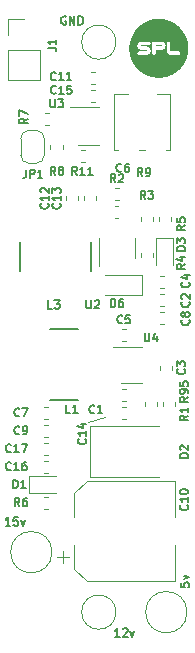
<source format=gbr>
%TF.GenerationSoftware,KiCad,Pcbnew,7.0.6*%
%TF.CreationDate,2023-11-17T13:49:41+01:00*%
%TF.ProjectId,dc_64a,64635f36-3461-42e6-9b69-6361645f7063,rev?*%
%TF.SameCoordinates,Original*%
%TF.FileFunction,Legend,Top*%
%TF.FilePolarity,Positive*%
%FSLAX46Y46*%
G04 Gerber Fmt 4.6, Leading zero omitted, Abs format (unit mm)*
G04 Created by KiCad (PCBNEW 7.0.6) date 2023-11-17 13:49:41*
%MOMM*%
%LPD*%
G01*
G04 APERTURE LIST*
%ADD10C,0.120000*%
%ADD11C,0.150000*%
%ADD12C,0.127000*%
G04 APERTURE END LIST*
D10*
X98806000Y-67691000D02*
X100203000Y-67310000D01*
D11*
X106648533Y-81316316D02*
X106648533Y-81649649D01*
X106648533Y-81649649D02*
X106981866Y-81682982D01*
X106981866Y-81682982D02*
X106948533Y-81649649D01*
X106948533Y-81649649D02*
X106915200Y-81582982D01*
X106915200Y-81582982D02*
X106915200Y-81416316D01*
X106915200Y-81416316D02*
X106948533Y-81349649D01*
X106948533Y-81349649D02*
X106981866Y-81316316D01*
X106981866Y-81316316D02*
X107048533Y-81282982D01*
X107048533Y-81282982D02*
X107215200Y-81282982D01*
X107215200Y-81282982D02*
X107281866Y-81316316D01*
X107281866Y-81316316D02*
X107315200Y-81349649D01*
X107315200Y-81349649D02*
X107348533Y-81416316D01*
X107348533Y-81416316D02*
X107348533Y-81582982D01*
X107348533Y-81582982D02*
X107315200Y-81649649D01*
X107315200Y-81649649D02*
X107281866Y-81682982D01*
X106881866Y-81049649D02*
X107348533Y-80882982D01*
X107348533Y-80882982D02*
X106881866Y-80716315D01*
X92199017Y-76487533D02*
X91799017Y-76487533D01*
X91999017Y-76487533D02*
X91999017Y-75787533D01*
X91999017Y-75787533D02*
X91932350Y-75887533D01*
X91932350Y-75887533D02*
X91865684Y-75954200D01*
X91865684Y-75954200D02*
X91799017Y-75987533D01*
X92832351Y-75787533D02*
X92499017Y-75787533D01*
X92499017Y-75787533D02*
X92465684Y-76120866D01*
X92465684Y-76120866D02*
X92499017Y-76087533D01*
X92499017Y-76087533D02*
X92565684Y-76054200D01*
X92565684Y-76054200D02*
X92732351Y-76054200D01*
X92732351Y-76054200D02*
X92799017Y-76087533D01*
X92799017Y-76087533D02*
X92832351Y-76120866D01*
X92832351Y-76120866D02*
X92865684Y-76187533D01*
X92865684Y-76187533D02*
X92865684Y-76354200D01*
X92865684Y-76354200D02*
X92832351Y-76420866D01*
X92832351Y-76420866D02*
X92799017Y-76454200D01*
X92799017Y-76454200D02*
X92732351Y-76487533D01*
X92732351Y-76487533D02*
X92565684Y-76487533D01*
X92565684Y-76487533D02*
X92499017Y-76454200D01*
X92499017Y-76454200D02*
X92465684Y-76420866D01*
X93099018Y-76020866D02*
X93265684Y-76487533D01*
X93265684Y-76487533D02*
X93432351Y-76020866D01*
X96898017Y-33402866D02*
X96831350Y-33369533D01*
X96831350Y-33369533D02*
X96731350Y-33369533D01*
X96731350Y-33369533D02*
X96631350Y-33402866D01*
X96631350Y-33402866D02*
X96564684Y-33469533D01*
X96564684Y-33469533D02*
X96531350Y-33536200D01*
X96531350Y-33536200D02*
X96498017Y-33669533D01*
X96498017Y-33669533D02*
X96498017Y-33769533D01*
X96498017Y-33769533D02*
X96531350Y-33902866D01*
X96531350Y-33902866D02*
X96564684Y-33969533D01*
X96564684Y-33969533D02*
X96631350Y-34036200D01*
X96631350Y-34036200D02*
X96731350Y-34069533D01*
X96731350Y-34069533D02*
X96798017Y-34069533D01*
X96798017Y-34069533D02*
X96898017Y-34036200D01*
X96898017Y-34036200D02*
X96931350Y-34002866D01*
X96931350Y-34002866D02*
X96931350Y-33769533D01*
X96931350Y-33769533D02*
X96798017Y-33769533D01*
X97231350Y-34069533D02*
X97231350Y-33369533D01*
X97231350Y-33369533D02*
X97631350Y-34069533D01*
X97631350Y-34069533D02*
X97631350Y-33369533D01*
X97964683Y-34069533D02*
X97964683Y-33369533D01*
X97964683Y-33369533D02*
X98131350Y-33369533D01*
X98131350Y-33369533D02*
X98231350Y-33402866D01*
X98231350Y-33402866D02*
X98298017Y-33469533D01*
X98298017Y-33469533D02*
X98331350Y-33536200D01*
X98331350Y-33536200D02*
X98364683Y-33669533D01*
X98364683Y-33669533D02*
X98364683Y-33769533D01*
X98364683Y-33769533D02*
X98331350Y-33902866D01*
X98331350Y-33902866D02*
X98298017Y-33969533D01*
X98298017Y-33969533D02*
X98231350Y-34036200D01*
X98231350Y-34036200D02*
X98131350Y-34069533D01*
X98131350Y-34069533D02*
X97964683Y-34069533D01*
X101470017Y-85885533D02*
X101070017Y-85885533D01*
X101270017Y-85885533D02*
X101270017Y-85185533D01*
X101270017Y-85185533D02*
X101203350Y-85285533D01*
X101203350Y-85285533D02*
X101136684Y-85352200D01*
X101136684Y-85352200D02*
X101070017Y-85385533D01*
X101736684Y-85252200D02*
X101770017Y-85218866D01*
X101770017Y-85218866D02*
X101836684Y-85185533D01*
X101836684Y-85185533D02*
X102003351Y-85185533D01*
X102003351Y-85185533D02*
X102070017Y-85218866D01*
X102070017Y-85218866D02*
X102103351Y-85252200D01*
X102103351Y-85252200D02*
X102136684Y-85318866D01*
X102136684Y-85318866D02*
X102136684Y-85385533D01*
X102136684Y-85385533D02*
X102103351Y-85485533D01*
X102103351Y-85485533D02*
X101703351Y-85885533D01*
X101703351Y-85885533D02*
X102136684Y-85885533D01*
X102370018Y-85418866D02*
X102536684Y-85885533D01*
X102536684Y-85885533D02*
X102703351Y-85418866D01*
X99324333Y-66924366D02*
X99291000Y-66957700D01*
X99291000Y-66957700D02*
X99191000Y-66991033D01*
X99191000Y-66991033D02*
X99124333Y-66991033D01*
X99124333Y-66991033D02*
X99024333Y-66957700D01*
X99024333Y-66957700D02*
X98957667Y-66891033D01*
X98957667Y-66891033D02*
X98924333Y-66824366D01*
X98924333Y-66824366D02*
X98891000Y-66691033D01*
X98891000Y-66691033D02*
X98891000Y-66591033D01*
X98891000Y-66591033D02*
X98924333Y-66457700D01*
X98924333Y-66457700D02*
X98957667Y-66391033D01*
X98957667Y-66391033D02*
X99024333Y-66324366D01*
X99024333Y-66324366D02*
X99124333Y-66291033D01*
X99124333Y-66291033D02*
X99191000Y-66291033D01*
X99191000Y-66291033D02*
X99291000Y-66324366D01*
X99291000Y-66324366D02*
X99324333Y-66357700D01*
X99991000Y-66991033D02*
X99591000Y-66991033D01*
X99791000Y-66991033D02*
X99791000Y-66291033D01*
X99791000Y-66291033D02*
X99724333Y-66391033D01*
X99724333Y-66391033D02*
X99657667Y-66457700D01*
X99657667Y-66457700D02*
X99591000Y-66491033D01*
X97847999Y-46798033D02*
X97614666Y-46464700D01*
X97447999Y-46798033D02*
X97447999Y-46098033D01*
X97447999Y-46098033D02*
X97714666Y-46098033D01*
X97714666Y-46098033D02*
X97781333Y-46131366D01*
X97781333Y-46131366D02*
X97814666Y-46164700D01*
X97814666Y-46164700D02*
X97847999Y-46231366D01*
X97847999Y-46231366D02*
X97847999Y-46331366D01*
X97847999Y-46331366D02*
X97814666Y-46398033D01*
X97814666Y-46398033D02*
X97781333Y-46431366D01*
X97781333Y-46431366D02*
X97714666Y-46464700D01*
X97714666Y-46464700D02*
X97447999Y-46464700D01*
X98514666Y-46798033D02*
X98114666Y-46798033D01*
X98314666Y-46798033D02*
X98314666Y-46098033D01*
X98314666Y-46098033D02*
X98247999Y-46198033D01*
X98247999Y-46198033D02*
X98181333Y-46264700D01*
X98181333Y-46264700D02*
X98114666Y-46298033D01*
X99181333Y-46798033D02*
X98781333Y-46798033D01*
X98981333Y-46798033D02*
X98981333Y-46098033D01*
X98981333Y-46098033D02*
X98914666Y-46198033D01*
X98914666Y-46198033D02*
X98848000Y-46264700D01*
X98848000Y-46264700D02*
X98781333Y-46298033D01*
X92974333Y-67178366D02*
X92941000Y-67211700D01*
X92941000Y-67211700D02*
X92841000Y-67245033D01*
X92841000Y-67245033D02*
X92774333Y-67245033D01*
X92774333Y-67245033D02*
X92674333Y-67211700D01*
X92674333Y-67211700D02*
X92607667Y-67145033D01*
X92607667Y-67145033D02*
X92574333Y-67078366D01*
X92574333Y-67078366D02*
X92541000Y-66945033D01*
X92541000Y-66945033D02*
X92541000Y-66845033D01*
X92541000Y-66845033D02*
X92574333Y-66711700D01*
X92574333Y-66711700D02*
X92607667Y-66645033D01*
X92607667Y-66645033D02*
X92674333Y-66578366D01*
X92674333Y-66578366D02*
X92774333Y-66545033D01*
X92774333Y-66545033D02*
X92841000Y-66545033D01*
X92841000Y-66545033D02*
X92941000Y-66578366D01*
X92941000Y-66578366D02*
X92974333Y-66611700D01*
X93207667Y-66545033D02*
X93674333Y-66545033D01*
X93674333Y-66545033D02*
X93374333Y-67245033D01*
X103574666Y-60195033D02*
X103574666Y-60761700D01*
X103574666Y-60761700D02*
X103608000Y-60828366D01*
X103608000Y-60828366D02*
X103641333Y-60861700D01*
X103641333Y-60861700D02*
X103708000Y-60895033D01*
X103708000Y-60895033D02*
X103841333Y-60895033D01*
X103841333Y-60895033D02*
X103908000Y-60861700D01*
X103908000Y-60861700D02*
X103941333Y-60828366D01*
X103941333Y-60828366D02*
X103974666Y-60761700D01*
X103974666Y-60761700D02*
X103974666Y-60195033D01*
X104607999Y-60428366D02*
X104607999Y-60895033D01*
X104441333Y-60161700D02*
X104274666Y-60661700D01*
X104274666Y-60661700D02*
X104707999Y-60661700D01*
X107250033Y-65601000D02*
X106916700Y-65834333D01*
X107250033Y-66001000D02*
X106550033Y-66001000D01*
X106550033Y-66001000D02*
X106550033Y-65734333D01*
X106550033Y-65734333D02*
X106583366Y-65667667D01*
X106583366Y-65667667D02*
X106616700Y-65634333D01*
X106616700Y-65634333D02*
X106683366Y-65601000D01*
X106683366Y-65601000D02*
X106783366Y-65601000D01*
X106783366Y-65601000D02*
X106850033Y-65634333D01*
X106850033Y-65634333D02*
X106883366Y-65667667D01*
X106883366Y-65667667D02*
X106916700Y-65734333D01*
X106916700Y-65734333D02*
X106916700Y-66001000D01*
X107250033Y-65267667D02*
X107250033Y-65134333D01*
X107250033Y-65134333D02*
X107216700Y-65067667D01*
X107216700Y-65067667D02*
X107183366Y-65034333D01*
X107183366Y-65034333D02*
X107083366Y-64967667D01*
X107083366Y-64967667D02*
X106950033Y-64934333D01*
X106950033Y-64934333D02*
X106683366Y-64934333D01*
X106683366Y-64934333D02*
X106616700Y-64967667D01*
X106616700Y-64967667D02*
X106583366Y-65001000D01*
X106583366Y-65001000D02*
X106550033Y-65067667D01*
X106550033Y-65067667D02*
X106550033Y-65201000D01*
X106550033Y-65201000D02*
X106583366Y-65267667D01*
X106583366Y-65267667D02*
X106616700Y-65301000D01*
X106616700Y-65301000D02*
X106683366Y-65334333D01*
X106683366Y-65334333D02*
X106850033Y-65334333D01*
X106850033Y-65334333D02*
X106916700Y-65301000D01*
X106916700Y-65301000D02*
X106950033Y-65267667D01*
X106950033Y-65267667D02*
X106983366Y-65201000D01*
X106983366Y-65201000D02*
X106983366Y-65067667D01*
X106983366Y-65067667D02*
X106950033Y-65001000D01*
X106950033Y-65001000D02*
X106916700Y-64967667D01*
X106916700Y-64967667D02*
X106850033Y-64934333D01*
X106550033Y-64301000D02*
X106550033Y-64634333D01*
X106550033Y-64634333D02*
X106883366Y-64667666D01*
X106883366Y-64667666D02*
X106850033Y-64634333D01*
X106850033Y-64634333D02*
X106816700Y-64567666D01*
X106816700Y-64567666D02*
X106816700Y-64401000D01*
X106816700Y-64401000D02*
X106850033Y-64334333D01*
X106850033Y-64334333D02*
X106883366Y-64301000D01*
X106883366Y-64301000D02*
X106950033Y-64267666D01*
X106950033Y-64267666D02*
X107116700Y-64267666D01*
X107116700Y-64267666D02*
X107183366Y-64301000D01*
X107183366Y-64301000D02*
X107216700Y-64334333D01*
X107216700Y-64334333D02*
X107250033Y-64401000D01*
X107250033Y-64401000D02*
X107250033Y-64567666D01*
X107250033Y-64567666D02*
X107216700Y-64634333D01*
X107216700Y-64634333D02*
X107183366Y-64667666D01*
X107310366Y-57546166D02*
X107343700Y-57579499D01*
X107343700Y-57579499D02*
X107377033Y-57679499D01*
X107377033Y-57679499D02*
X107377033Y-57746166D01*
X107377033Y-57746166D02*
X107343700Y-57846166D01*
X107343700Y-57846166D02*
X107277033Y-57912833D01*
X107277033Y-57912833D02*
X107210366Y-57946166D01*
X107210366Y-57946166D02*
X107077033Y-57979499D01*
X107077033Y-57979499D02*
X106977033Y-57979499D01*
X106977033Y-57979499D02*
X106843700Y-57946166D01*
X106843700Y-57946166D02*
X106777033Y-57912833D01*
X106777033Y-57912833D02*
X106710366Y-57846166D01*
X106710366Y-57846166D02*
X106677033Y-57746166D01*
X106677033Y-57746166D02*
X106677033Y-57679499D01*
X106677033Y-57679499D02*
X106710366Y-57579499D01*
X106710366Y-57579499D02*
X106743700Y-57546166D01*
X106743700Y-57279499D02*
X106710366Y-57246166D01*
X106710366Y-57246166D02*
X106677033Y-57179499D01*
X106677033Y-57179499D02*
X106677033Y-57012833D01*
X106677033Y-57012833D02*
X106710366Y-56946166D01*
X106710366Y-56946166D02*
X106743700Y-56912833D01*
X106743700Y-56912833D02*
X106810366Y-56879499D01*
X106810366Y-56879499D02*
X106877033Y-56879499D01*
X106877033Y-56879499D02*
X106977033Y-56912833D01*
X106977033Y-56912833D02*
X107377033Y-57312833D01*
X107377033Y-57312833D02*
X107377033Y-56879499D01*
X101102333Y-47433033D02*
X100869000Y-47099700D01*
X100702333Y-47433033D02*
X100702333Y-46733033D01*
X100702333Y-46733033D02*
X100969000Y-46733033D01*
X100969000Y-46733033D02*
X101035667Y-46766366D01*
X101035667Y-46766366D02*
X101069000Y-46799700D01*
X101069000Y-46799700D02*
X101102333Y-46866366D01*
X101102333Y-46866366D02*
X101102333Y-46966366D01*
X101102333Y-46966366D02*
X101069000Y-47033033D01*
X101069000Y-47033033D02*
X101035667Y-47066366D01*
X101035667Y-47066366D02*
X100969000Y-47099700D01*
X100969000Y-47099700D02*
X100702333Y-47099700D01*
X101369000Y-46799700D02*
X101402333Y-46766366D01*
X101402333Y-46766366D02*
X101469000Y-46733033D01*
X101469000Y-46733033D02*
X101635667Y-46733033D01*
X101635667Y-46733033D02*
X101702333Y-46766366D01*
X101702333Y-46766366D02*
X101735667Y-46799700D01*
X101735667Y-46799700D02*
X101769000Y-46866366D01*
X101769000Y-46866366D02*
X101769000Y-46933033D01*
X101769000Y-46933033D02*
X101735667Y-47033033D01*
X101735667Y-47033033D02*
X101335667Y-47433033D01*
X101335667Y-47433033D02*
X101769000Y-47433033D01*
X92259999Y-70226366D02*
X92226666Y-70259700D01*
X92226666Y-70259700D02*
X92126666Y-70293033D01*
X92126666Y-70293033D02*
X92059999Y-70293033D01*
X92059999Y-70293033D02*
X91959999Y-70259700D01*
X91959999Y-70259700D02*
X91893333Y-70193033D01*
X91893333Y-70193033D02*
X91859999Y-70126366D01*
X91859999Y-70126366D02*
X91826666Y-69993033D01*
X91826666Y-69993033D02*
X91826666Y-69893033D01*
X91826666Y-69893033D02*
X91859999Y-69759700D01*
X91859999Y-69759700D02*
X91893333Y-69693033D01*
X91893333Y-69693033D02*
X91959999Y-69626366D01*
X91959999Y-69626366D02*
X92059999Y-69593033D01*
X92059999Y-69593033D02*
X92126666Y-69593033D01*
X92126666Y-69593033D02*
X92226666Y-69626366D01*
X92226666Y-69626366D02*
X92259999Y-69659700D01*
X92926666Y-70293033D02*
X92526666Y-70293033D01*
X92726666Y-70293033D02*
X92726666Y-69593033D01*
X92726666Y-69593033D02*
X92659999Y-69693033D01*
X92659999Y-69693033D02*
X92593333Y-69759700D01*
X92593333Y-69759700D02*
X92526666Y-69793033D01*
X93160000Y-69593033D02*
X93626666Y-69593033D01*
X93626666Y-69593033D02*
X93326666Y-70293033D01*
X107176866Y-74745000D02*
X107210200Y-74778333D01*
X107210200Y-74778333D02*
X107243533Y-74878333D01*
X107243533Y-74878333D02*
X107243533Y-74945000D01*
X107243533Y-74945000D02*
X107210200Y-75045000D01*
X107210200Y-75045000D02*
X107143533Y-75111667D01*
X107143533Y-75111667D02*
X107076866Y-75145000D01*
X107076866Y-75145000D02*
X106943533Y-75178333D01*
X106943533Y-75178333D02*
X106843533Y-75178333D01*
X106843533Y-75178333D02*
X106710200Y-75145000D01*
X106710200Y-75145000D02*
X106643533Y-75111667D01*
X106643533Y-75111667D02*
X106576866Y-75045000D01*
X106576866Y-75045000D02*
X106543533Y-74945000D01*
X106543533Y-74945000D02*
X106543533Y-74878333D01*
X106543533Y-74878333D02*
X106576866Y-74778333D01*
X106576866Y-74778333D02*
X106610200Y-74745000D01*
X107243533Y-74078333D02*
X107243533Y-74478333D01*
X107243533Y-74278333D02*
X106543533Y-74278333D01*
X106543533Y-74278333D02*
X106643533Y-74345000D01*
X106643533Y-74345000D02*
X106710200Y-74411667D01*
X106710200Y-74411667D02*
X106743533Y-74478333D01*
X106543533Y-73645000D02*
X106543533Y-73578333D01*
X106543533Y-73578333D02*
X106576866Y-73511666D01*
X106576866Y-73511666D02*
X106610200Y-73478333D01*
X106610200Y-73478333D02*
X106676866Y-73445000D01*
X106676866Y-73445000D02*
X106810200Y-73411666D01*
X106810200Y-73411666D02*
X106976866Y-73411666D01*
X106976866Y-73411666D02*
X107110200Y-73445000D01*
X107110200Y-73445000D02*
X107176866Y-73478333D01*
X107176866Y-73478333D02*
X107210200Y-73511666D01*
X107210200Y-73511666D02*
X107243533Y-73578333D01*
X107243533Y-73578333D02*
X107243533Y-73645000D01*
X107243533Y-73645000D02*
X107210200Y-73711666D01*
X107210200Y-73711666D02*
X107176866Y-73745000D01*
X107176866Y-73745000D02*
X107110200Y-73778333D01*
X107110200Y-73778333D02*
X106976866Y-73811666D01*
X106976866Y-73811666D02*
X106810200Y-73811666D01*
X106810200Y-73811666D02*
X106676866Y-73778333D01*
X106676866Y-73778333D02*
X106610200Y-73745000D01*
X106610200Y-73745000D02*
X106576866Y-73711666D01*
X106576866Y-73711666D02*
X106543533Y-73645000D01*
X103642333Y-48830033D02*
X103409000Y-48496700D01*
X103242333Y-48830033D02*
X103242333Y-48130033D01*
X103242333Y-48130033D02*
X103509000Y-48130033D01*
X103509000Y-48130033D02*
X103575667Y-48163366D01*
X103575667Y-48163366D02*
X103609000Y-48196700D01*
X103609000Y-48196700D02*
X103642333Y-48263366D01*
X103642333Y-48263366D02*
X103642333Y-48363366D01*
X103642333Y-48363366D02*
X103609000Y-48430033D01*
X103609000Y-48430033D02*
X103575667Y-48463366D01*
X103575667Y-48463366D02*
X103509000Y-48496700D01*
X103509000Y-48496700D02*
X103242333Y-48496700D01*
X103875667Y-48130033D02*
X104309000Y-48130033D01*
X104309000Y-48130033D02*
X104075667Y-48396700D01*
X104075667Y-48396700D02*
X104175667Y-48396700D01*
X104175667Y-48396700D02*
X104242333Y-48430033D01*
X104242333Y-48430033D02*
X104275667Y-48463366D01*
X104275667Y-48463366D02*
X104309000Y-48530033D01*
X104309000Y-48530033D02*
X104309000Y-48696700D01*
X104309000Y-48696700D02*
X104275667Y-48763366D01*
X104275667Y-48763366D02*
X104242333Y-48796700D01*
X104242333Y-48796700D02*
X104175667Y-48830033D01*
X104175667Y-48830033D02*
X103975667Y-48830033D01*
X103975667Y-48830033D02*
X103909000Y-48796700D01*
X103909000Y-48796700D02*
X103875667Y-48763366D01*
X106996033Y-54345666D02*
X106662700Y-54578999D01*
X106996033Y-54745666D02*
X106296033Y-54745666D01*
X106296033Y-54745666D02*
X106296033Y-54478999D01*
X106296033Y-54478999D02*
X106329366Y-54412333D01*
X106329366Y-54412333D02*
X106362700Y-54378999D01*
X106362700Y-54378999D02*
X106429366Y-54345666D01*
X106429366Y-54345666D02*
X106529366Y-54345666D01*
X106529366Y-54345666D02*
X106596033Y-54378999D01*
X106596033Y-54378999D02*
X106629366Y-54412333D01*
X106629366Y-54412333D02*
X106662700Y-54478999D01*
X106662700Y-54478999D02*
X106662700Y-54745666D01*
X106529366Y-53745666D02*
X106996033Y-53745666D01*
X106262700Y-53912333D02*
X106762700Y-54078999D01*
X106762700Y-54078999D02*
X106762700Y-53645666D01*
X97292333Y-66991033D02*
X96958999Y-66991033D01*
X96958999Y-66991033D02*
X96958999Y-66291033D01*
X97892333Y-66991033D02*
X97492333Y-66991033D01*
X97692333Y-66991033D02*
X97692333Y-66291033D01*
X97692333Y-66291033D02*
X97625666Y-66391033D01*
X97625666Y-66391033D02*
X97559000Y-66457700D01*
X97559000Y-66457700D02*
X97492333Y-66491033D01*
X95372366Y-49218000D02*
X95405700Y-49251333D01*
X95405700Y-49251333D02*
X95439033Y-49351333D01*
X95439033Y-49351333D02*
X95439033Y-49418000D01*
X95439033Y-49418000D02*
X95405700Y-49518000D01*
X95405700Y-49518000D02*
X95339033Y-49584667D01*
X95339033Y-49584667D02*
X95272366Y-49618000D01*
X95272366Y-49618000D02*
X95139033Y-49651333D01*
X95139033Y-49651333D02*
X95039033Y-49651333D01*
X95039033Y-49651333D02*
X94905700Y-49618000D01*
X94905700Y-49618000D02*
X94839033Y-49584667D01*
X94839033Y-49584667D02*
X94772366Y-49518000D01*
X94772366Y-49518000D02*
X94739033Y-49418000D01*
X94739033Y-49418000D02*
X94739033Y-49351333D01*
X94739033Y-49351333D02*
X94772366Y-49251333D01*
X94772366Y-49251333D02*
X94805700Y-49218000D01*
X95439033Y-48551333D02*
X95439033Y-48951333D01*
X95439033Y-48751333D02*
X94739033Y-48751333D01*
X94739033Y-48751333D02*
X94839033Y-48818000D01*
X94839033Y-48818000D02*
X94905700Y-48884667D01*
X94905700Y-48884667D02*
X94939033Y-48951333D01*
X94805700Y-48284666D02*
X94772366Y-48251333D01*
X94772366Y-48251333D02*
X94739033Y-48184666D01*
X94739033Y-48184666D02*
X94739033Y-48018000D01*
X94739033Y-48018000D02*
X94772366Y-47951333D01*
X94772366Y-47951333D02*
X94805700Y-47918000D01*
X94805700Y-47918000D02*
X94872366Y-47884666D01*
X94872366Y-47884666D02*
X94939033Y-47884666D01*
X94939033Y-47884666D02*
X95039033Y-47918000D01*
X95039033Y-47918000D02*
X95439033Y-48318000D01*
X95439033Y-48318000D02*
X95439033Y-47884666D01*
X96069999Y-39873366D02*
X96036666Y-39906700D01*
X96036666Y-39906700D02*
X95936666Y-39940033D01*
X95936666Y-39940033D02*
X95869999Y-39940033D01*
X95869999Y-39940033D02*
X95769999Y-39906700D01*
X95769999Y-39906700D02*
X95703333Y-39840033D01*
X95703333Y-39840033D02*
X95669999Y-39773366D01*
X95669999Y-39773366D02*
X95636666Y-39640033D01*
X95636666Y-39640033D02*
X95636666Y-39540033D01*
X95636666Y-39540033D02*
X95669999Y-39406700D01*
X95669999Y-39406700D02*
X95703333Y-39340033D01*
X95703333Y-39340033D02*
X95769999Y-39273366D01*
X95769999Y-39273366D02*
X95869999Y-39240033D01*
X95869999Y-39240033D02*
X95936666Y-39240033D01*
X95936666Y-39240033D02*
X96036666Y-39273366D01*
X96036666Y-39273366D02*
X96069999Y-39306700D01*
X96736666Y-39940033D02*
X96336666Y-39940033D01*
X96536666Y-39940033D02*
X96536666Y-39240033D01*
X96536666Y-39240033D02*
X96469999Y-39340033D01*
X96469999Y-39340033D02*
X96403333Y-39406700D01*
X96403333Y-39406700D02*
X96336666Y-39440033D01*
X97370000Y-39240033D02*
X97036666Y-39240033D01*
X97036666Y-39240033D02*
X97003333Y-39573366D01*
X97003333Y-39573366D02*
X97036666Y-39540033D01*
X97036666Y-39540033D02*
X97103333Y-39506700D01*
X97103333Y-39506700D02*
X97270000Y-39506700D01*
X97270000Y-39506700D02*
X97336666Y-39540033D01*
X97336666Y-39540033D02*
X97370000Y-39573366D01*
X97370000Y-39573366D02*
X97403333Y-39640033D01*
X97403333Y-39640033D02*
X97403333Y-39806700D01*
X97403333Y-39806700D02*
X97370000Y-39873366D01*
X97370000Y-39873366D02*
X97336666Y-39906700D01*
X97336666Y-39906700D02*
X97270000Y-39940033D01*
X97270000Y-39940033D02*
X97103333Y-39940033D01*
X97103333Y-39940033D02*
X97036666Y-39906700D01*
X97036666Y-39906700D02*
X97003333Y-39873366D01*
X107310366Y-55895166D02*
X107343700Y-55928499D01*
X107343700Y-55928499D02*
X107377033Y-56028499D01*
X107377033Y-56028499D02*
X107377033Y-56095166D01*
X107377033Y-56095166D02*
X107343700Y-56195166D01*
X107343700Y-56195166D02*
X107277033Y-56261833D01*
X107277033Y-56261833D02*
X107210366Y-56295166D01*
X107210366Y-56295166D02*
X107077033Y-56328499D01*
X107077033Y-56328499D02*
X106977033Y-56328499D01*
X106977033Y-56328499D02*
X106843700Y-56295166D01*
X106843700Y-56295166D02*
X106777033Y-56261833D01*
X106777033Y-56261833D02*
X106710366Y-56195166D01*
X106710366Y-56195166D02*
X106677033Y-56095166D01*
X106677033Y-56095166D02*
X106677033Y-56028499D01*
X106677033Y-56028499D02*
X106710366Y-55928499D01*
X106710366Y-55928499D02*
X106743700Y-55895166D01*
X106910366Y-55295166D02*
X107377033Y-55295166D01*
X106643700Y-55461833D02*
X107143700Y-55628499D01*
X107143700Y-55628499D02*
X107143700Y-55195166D01*
X93523666Y-46352033D02*
X93523666Y-46852033D01*
X93523666Y-46852033D02*
X93490333Y-46952033D01*
X93490333Y-46952033D02*
X93423666Y-47018700D01*
X93423666Y-47018700D02*
X93323666Y-47052033D01*
X93323666Y-47052033D02*
X93257000Y-47052033D01*
X93856999Y-47052033D02*
X93856999Y-46352033D01*
X93856999Y-46352033D02*
X94123666Y-46352033D01*
X94123666Y-46352033D02*
X94190333Y-46385366D01*
X94190333Y-46385366D02*
X94223666Y-46418700D01*
X94223666Y-46418700D02*
X94256999Y-46485366D01*
X94256999Y-46485366D02*
X94256999Y-46585366D01*
X94256999Y-46585366D02*
X94223666Y-46652033D01*
X94223666Y-46652033D02*
X94190333Y-46685366D01*
X94190333Y-46685366D02*
X94123666Y-46718700D01*
X94123666Y-46718700D02*
X93856999Y-46718700D01*
X94923666Y-47052033D02*
X94523666Y-47052033D01*
X94723666Y-47052033D02*
X94723666Y-46352033D01*
X94723666Y-46352033D02*
X94656999Y-46452033D01*
X94656999Y-46452033D02*
X94590333Y-46518700D01*
X94590333Y-46518700D02*
X94523666Y-46552033D01*
X100702333Y-57999533D02*
X100702333Y-57299533D01*
X100702333Y-57299533D02*
X100869000Y-57299533D01*
X100869000Y-57299533D02*
X100969000Y-57332866D01*
X100969000Y-57332866D02*
X101035667Y-57399533D01*
X101035667Y-57399533D02*
X101069000Y-57466200D01*
X101069000Y-57466200D02*
X101102333Y-57599533D01*
X101102333Y-57599533D02*
X101102333Y-57699533D01*
X101102333Y-57699533D02*
X101069000Y-57832866D01*
X101069000Y-57832866D02*
X101035667Y-57899533D01*
X101035667Y-57899533D02*
X100969000Y-57966200D01*
X100969000Y-57966200D02*
X100869000Y-57999533D01*
X100869000Y-57999533D02*
X100702333Y-57999533D01*
X101702333Y-57299533D02*
X101569000Y-57299533D01*
X101569000Y-57299533D02*
X101502333Y-57332866D01*
X101502333Y-57332866D02*
X101469000Y-57366200D01*
X101469000Y-57366200D02*
X101402333Y-57466200D01*
X101402333Y-57466200D02*
X101369000Y-57599533D01*
X101369000Y-57599533D02*
X101369000Y-57866200D01*
X101369000Y-57866200D02*
X101402333Y-57932866D01*
X101402333Y-57932866D02*
X101435667Y-57966200D01*
X101435667Y-57966200D02*
X101502333Y-57999533D01*
X101502333Y-57999533D02*
X101635667Y-57999533D01*
X101635667Y-57999533D02*
X101702333Y-57966200D01*
X101702333Y-57966200D02*
X101735667Y-57932866D01*
X101735667Y-57932866D02*
X101769000Y-57866200D01*
X101769000Y-57866200D02*
X101769000Y-57699533D01*
X101769000Y-57699533D02*
X101735667Y-57632866D01*
X101735667Y-57632866D02*
X101702333Y-57599533D01*
X101702333Y-57599533D02*
X101635667Y-57566200D01*
X101635667Y-57566200D02*
X101502333Y-57566200D01*
X101502333Y-57566200D02*
X101435667Y-57599533D01*
X101435667Y-57599533D02*
X101402333Y-57632866D01*
X101402333Y-57632866D02*
X101369000Y-57699533D01*
X107250033Y-67172666D02*
X106916700Y-67405999D01*
X107250033Y-67572666D02*
X106550033Y-67572666D01*
X106550033Y-67572666D02*
X106550033Y-67305999D01*
X106550033Y-67305999D02*
X106583366Y-67239333D01*
X106583366Y-67239333D02*
X106616700Y-67205999D01*
X106616700Y-67205999D02*
X106683366Y-67172666D01*
X106683366Y-67172666D02*
X106783366Y-67172666D01*
X106783366Y-67172666D02*
X106850033Y-67205999D01*
X106850033Y-67205999D02*
X106883366Y-67239333D01*
X106883366Y-67239333D02*
X106916700Y-67305999D01*
X106916700Y-67305999D02*
X106916700Y-67572666D01*
X107250033Y-66505999D02*
X107250033Y-66905999D01*
X107250033Y-66705999D02*
X106550033Y-66705999D01*
X106550033Y-66705999D02*
X106650033Y-66772666D01*
X106650033Y-66772666D02*
X106716700Y-66839333D01*
X106716700Y-66839333D02*
X106750033Y-66905999D01*
X95768333Y-58126533D02*
X95434999Y-58126533D01*
X95434999Y-58126533D02*
X95434999Y-57426533D01*
X95935000Y-57426533D02*
X96368333Y-57426533D01*
X96368333Y-57426533D02*
X96135000Y-57693200D01*
X96135000Y-57693200D02*
X96235000Y-57693200D01*
X96235000Y-57693200D02*
X96301666Y-57726533D01*
X96301666Y-57726533D02*
X96335000Y-57759866D01*
X96335000Y-57759866D02*
X96368333Y-57826533D01*
X96368333Y-57826533D02*
X96368333Y-57993200D01*
X96368333Y-57993200D02*
X96335000Y-58059866D01*
X96335000Y-58059866D02*
X96301666Y-58093200D01*
X96301666Y-58093200D02*
X96235000Y-58126533D01*
X96235000Y-58126533D02*
X96035000Y-58126533D01*
X96035000Y-58126533D02*
X95968333Y-58093200D01*
X95968333Y-58093200D02*
X95935000Y-58059866D01*
X106996033Y-53221666D02*
X106296033Y-53221666D01*
X106296033Y-53221666D02*
X106296033Y-53054999D01*
X106296033Y-53054999D02*
X106329366Y-52954999D01*
X106329366Y-52954999D02*
X106396033Y-52888333D01*
X106396033Y-52888333D02*
X106462700Y-52854999D01*
X106462700Y-52854999D02*
X106596033Y-52821666D01*
X106596033Y-52821666D02*
X106696033Y-52821666D01*
X106696033Y-52821666D02*
X106829366Y-52854999D01*
X106829366Y-52854999D02*
X106896033Y-52888333D01*
X106896033Y-52888333D02*
X106962700Y-52954999D01*
X106962700Y-52954999D02*
X106996033Y-53054999D01*
X106996033Y-53054999D02*
X106996033Y-53221666D01*
X106296033Y-52588333D02*
X106296033Y-52154999D01*
X106296033Y-52154999D02*
X106562700Y-52388333D01*
X106562700Y-52388333D02*
X106562700Y-52288333D01*
X106562700Y-52288333D02*
X106596033Y-52221666D01*
X106596033Y-52221666D02*
X106629366Y-52188333D01*
X106629366Y-52188333D02*
X106696033Y-52154999D01*
X106696033Y-52154999D02*
X106862700Y-52154999D01*
X106862700Y-52154999D02*
X106929366Y-52188333D01*
X106929366Y-52188333D02*
X106962700Y-52221666D01*
X106962700Y-52221666D02*
X106996033Y-52288333D01*
X106996033Y-52288333D02*
X106996033Y-52488333D01*
X106996033Y-52488333D02*
X106962700Y-52554999D01*
X106962700Y-52554999D02*
X106929366Y-52588333D01*
X98547366Y-69157000D02*
X98580700Y-69190333D01*
X98580700Y-69190333D02*
X98614033Y-69290333D01*
X98614033Y-69290333D02*
X98614033Y-69357000D01*
X98614033Y-69357000D02*
X98580700Y-69457000D01*
X98580700Y-69457000D02*
X98514033Y-69523667D01*
X98514033Y-69523667D02*
X98447366Y-69557000D01*
X98447366Y-69557000D02*
X98314033Y-69590333D01*
X98314033Y-69590333D02*
X98214033Y-69590333D01*
X98214033Y-69590333D02*
X98080700Y-69557000D01*
X98080700Y-69557000D02*
X98014033Y-69523667D01*
X98014033Y-69523667D02*
X97947366Y-69457000D01*
X97947366Y-69457000D02*
X97914033Y-69357000D01*
X97914033Y-69357000D02*
X97914033Y-69290333D01*
X97914033Y-69290333D02*
X97947366Y-69190333D01*
X97947366Y-69190333D02*
X97980700Y-69157000D01*
X98614033Y-68490333D02*
X98614033Y-68890333D01*
X98614033Y-68690333D02*
X97914033Y-68690333D01*
X97914033Y-68690333D02*
X98014033Y-68757000D01*
X98014033Y-68757000D02*
X98080700Y-68823667D01*
X98080700Y-68823667D02*
X98114033Y-68890333D01*
X98147366Y-67890333D02*
X98614033Y-67890333D01*
X97880700Y-68057000D02*
X98380700Y-68223666D01*
X98380700Y-68223666D02*
X98380700Y-67790333D01*
X107310366Y-59070166D02*
X107343700Y-59103499D01*
X107343700Y-59103499D02*
X107377033Y-59203499D01*
X107377033Y-59203499D02*
X107377033Y-59270166D01*
X107377033Y-59270166D02*
X107343700Y-59370166D01*
X107343700Y-59370166D02*
X107277033Y-59436833D01*
X107277033Y-59436833D02*
X107210366Y-59470166D01*
X107210366Y-59470166D02*
X107077033Y-59503499D01*
X107077033Y-59503499D02*
X106977033Y-59503499D01*
X106977033Y-59503499D02*
X106843700Y-59470166D01*
X106843700Y-59470166D02*
X106777033Y-59436833D01*
X106777033Y-59436833D02*
X106710366Y-59370166D01*
X106710366Y-59370166D02*
X106677033Y-59270166D01*
X106677033Y-59270166D02*
X106677033Y-59203499D01*
X106677033Y-59203499D02*
X106710366Y-59103499D01*
X106710366Y-59103499D02*
X106743700Y-59070166D01*
X106977033Y-58670166D02*
X106943700Y-58736833D01*
X106943700Y-58736833D02*
X106910366Y-58770166D01*
X106910366Y-58770166D02*
X106843700Y-58803499D01*
X106843700Y-58803499D02*
X106810366Y-58803499D01*
X106810366Y-58803499D02*
X106743700Y-58770166D01*
X106743700Y-58770166D02*
X106710366Y-58736833D01*
X106710366Y-58736833D02*
X106677033Y-58670166D01*
X106677033Y-58670166D02*
X106677033Y-58536833D01*
X106677033Y-58536833D02*
X106710366Y-58470166D01*
X106710366Y-58470166D02*
X106743700Y-58436833D01*
X106743700Y-58436833D02*
X106810366Y-58403499D01*
X106810366Y-58403499D02*
X106843700Y-58403499D01*
X106843700Y-58403499D02*
X106910366Y-58436833D01*
X106910366Y-58436833D02*
X106943700Y-58470166D01*
X106943700Y-58470166D02*
X106977033Y-58536833D01*
X106977033Y-58536833D02*
X106977033Y-58670166D01*
X106977033Y-58670166D02*
X107010366Y-58736833D01*
X107010366Y-58736833D02*
X107043700Y-58770166D01*
X107043700Y-58770166D02*
X107110366Y-58803499D01*
X107110366Y-58803499D02*
X107243700Y-58803499D01*
X107243700Y-58803499D02*
X107310366Y-58770166D01*
X107310366Y-58770166D02*
X107343700Y-58736833D01*
X107343700Y-58736833D02*
X107377033Y-58670166D01*
X107377033Y-58670166D02*
X107377033Y-58536833D01*
X107377033Y-58536833D02*
X107343700Y-58470166D01*
X107343700Y-58470166D02*
X107310366Y-58436833D01*
X107310366Y-58436833D02*
X107243700Y-58403499D01*
X107243700Y-58403499D02*
X107110366Y-58403499D01*
X107110366Y-58403499D02*
X107043700Y-58436833D01*
X107043700Y-58436833D02*
X107010366Y-58470166D01*
X107010366Y-58470166D02*
X106977033Y-58536833D01*
X92447333Y-73341033D02*
X92447333Y-72641033D01*
X92447333Y-72641033D02*
X92614000Y-72641033D01*
X92614000Y-72641033D02*
X92714000Y-72674366D01*
X92714000Y-72674366D02*
X92780667Y-72741033D01*
X92780667Y-72741033D02*
X92814000Y-72807700D01*
X92814000Y-72807700D02*
X92847333Y-72941033D01*
X92847333Y-72941033D02*
X92847333Y-73041033D01*
X92847333Y-73041033D02*
X92814000Y-73174366D01*
X92814000Y-73174366D02*
X92780667Y-73241033D01*
X92780667Y-73241033D02*
X92714000Y-73307700D01*
X92714000Y-73307700D02*
X92614000Y-73341033D01*
X92614000Y-73341033D02*
X92447333Y-73341033D01*
X93514000Y-73341033D02*
X93114000Y-73341033D01*
X93314000Y-73341033D02*
X93314000Y-72641033D01*
X93314000Y-72641033D02*
X93247333Y-72741033D01*
X93247333Y-72741033D02*
X93180667Y-72807700D01*
X93180667Y-72807700D02*
X93114000Y-72841033D01*
X95374033Y-36047333D02*
X95874033Y-36047333D01*
X95874033Y-36047333D02*
X95974033Y-36080666D01*
X95974033Y-36080666D02*
X96040700Y-36147333D01*
X96040700Y-36147333D02*
X96074033Y-36247333D01*
X96074033Y-36247333D02*
X96074033Y-36314000D01*
X96074033Y-35347333D02*
X96074033Y-35747333D01*
X96074033Y-35547333D02*
X95374033Y-35547333D01*
X95374033Y-35547333D02*
X95474033Y-35614000D01*
X95474033Y-35614000D02*
X95540700Y-35680667D01*
X95540700Y-35680667D02*
X95574033Y-35747333D01*
X107250033Y-70747666D02*
X106550033Y-70747666D01*
X106550033Y-70747666D02*
X106550033Y-70580999D01*
X106550033Y-70580999D02*
X106583366Y-70480999D01*
X106583366Y-70480999D02*
X106650033Y-70414333D01*
X106650033Y-70414333D02*
X106716700Y-70380999D01*
X106716700Y-70380999D02*
X106850033Y-70347666D01*
X106850033Y-70347666D02*
X106950033Y-70347666D01*
X106950033Y-70347666D02*
X107083366Y-70380999D01*
X107083366Y-70380999D02*
X107150033Y-70414333D01*
X107150033Y-70414333D02*
X107216700Y-70480999D01*
X107216700Y-70480999D02*
X107250033Y-70580999D01*
X107250033Y-70580999D02*
X107250033Y-70747666D01*
X106616700Y-70080999D02*
X106583366Y-70047666D01*
X106583366Y-70047666D02*
X106550033Y-69980999D01*
X106550033Y-69980999D02*
X106550033Y-69814333D01*
X106550033Y-69814333D02*
X106583366Y-69747666D01*
X106583366Y-69747666D02*
X106616700Y-69714333D01*
X106616700Y-69714333D02*
X106683366Y-69680999D01*
X106683366Y-69680999D02*
X106750033Y-69680999D01*
X106750033Y-69680999D02*
X106850033Y-69714333D01*
X106850033Y-69714333D02*
X107250033Y-70114333D01*
X107250033Y-70114333D02*
X107250033Y-69680999D01*
X101679833Y-59304366D02*
X101646500Y-59337700D01*
X101646500Y-59337700D02*
X101546500Y-59371033D01*
X101546500Y-59371033D02*
X101479833Y-59371033D01*
X101479833Y-59371033D02*
X101379833Y-59337700D01*
X101379833Y-59337700D02*
X101313167Y-59271033D01*
X101313167Y-59271033D02*
X101279833Y-59204366D01*
X101279833Y-59204366D02*
X101246500Y-59071033D01*
X101246500Y-59071033D02*
X101246500Y-58971033D01*
X101246500Y-58971033D02*
X101279833Y-58837700D01*
X101279833Y-58837700D02*
X101313167Y-58771033D01*
X101313167Y-58771033D02*
X101379833Y-58704366D01*
X101379833Y-58704366D02*
X101479833Y-58671033D01*
X101479833Y-58671033D02*
X101546500Y-58671033D01*
X101546500Y-58671033D02*
X101646500Y-58704366D01*
X101646500Y-58704366D02*
X101679833Y-58737700D01*
X102313167Y-58671033D02*
X101979833Y-58671033D01*
X101979833Y-58671033D02*
X101946500Y-59004366D01*
X101946500Y-59004366D02*
X101979833Y-58971033D01*
X101979833Y-58971033D02*
X102046500Y-58937700D01*
X102046500Y-58937700D02*
X102213167Y-58937700D01*
X102213167Y-58937700D02*
X102279833Y-58971033D01*
X102279833Y-58971033D02*
X102313167Y-59004366D01*
X102313167Y-59004366D02*
X102346500Y-59071033D01*
X102346500Y-59071033D02*
X102346500Y-59237700D01*
X102346500Y-59237700D02*
X102313167Y-59304366D01*
X102313167Y-59304366D02*
X102279833Y-59337700D01*
X102279833Y-59337700D02*
X102213167Y-59371033D01*
X102213167Y-59371033D02*
X102046500Y-59371033D01*
X102046500Y-59371033D02*
X101979833Y-59337700D01*
X101979833Y-59337700D02*
X101946500Y-59304366D01*
X106929366Y-63235666D02*
X106962700Y-63268999D01*
X106962700Y-63268999D02*
X106996033Y-63368999D01*
X106996033Y-63368999D02*
X106996033Y-63435666D01*
X106996033Y-63435666D02*
X106962700Y-63535666D01*
X106962700Y-63535666D02*
X106896033Y-63602333D01*
X106896033Y-63602333D02*
X106829366Y-63635666D01*
X106829366Y-63635666D02*
X106696033Y-63668999D01*
X106696033Y-63668999D02*
X106596033Y-63668999D01*
X106596033Y-63668999D02*
X106462700Y-63635666D01*
X106462700Y-63635666D02*
X106396033Y-63602333D01*
X106396033Y-63602333D02*
X106329366Y-63535666D01*
X106329366Y-63535666D02*
X106296033Y-63435666D01*
X106296033Y-63435666D02*
X106296033Y-63368999D01*
X106296033Y-63368999D02*
X106329366Y-63268999D01*
X106329366Y-63268999D02*
X106362700Y-63235666D01*
X106296033Y-63002333D02*
X106296033Y-62568999D01*
X106296033Y-62568999D02*
X106562700Y-62802333D01*
X106562700Y-62802333D02*
X106562700Y-62702333D01*
X106562700Y-62702333D02*
X106596033Y-62635666D01*
X106596033Y-62635666D02*
X106629366Y-62602333D01*
X106629366Y-62602333D02*
X106696033Y-62568999D01*
X106696033Y-62568999D02*
X106862700Y-62568999D01*
X106862700Y-62568999D02*
X106929366Y-62602333D01*
X106929366Y-62602333D02*
X106962700Y-62635666D01*
X106962700Y-62635666D02*
X106996033Y-62702333D01*
X106996033Y-62702333D02*
X106996033Y-62902333D01*
X106996033Y-62902333D02*
X106962700Y-62968999D01*
X106962700Y-62968999D02*
X106929366Y-63002333D01*
X92974333Y-68702366D02*
X92941000Y-68735700D01*
X92941000Y-68735700D02*
X92841000Y-68769033D01*
X92841000Y-68769033D02*
X92774333Y-68769033D01*
X92774333Y-68769033D02*
X92674333Y-68735700D01*
X92674333Y-68735700D02*
X92607667Y-68669033D01*
X92607667Y-68669033D02*
X92574333Y-68602366D01*
X92574333Y-68602366D02*
X92541000Y-68469033D01*
X92541000Y-68469033D02*
X92541000Y-68369033D01*
X92541000Y-68369033D02*
X92574333Y-68235700D01*
X92574333Y-68235700D02*
X92607667Y-68169033D01*
X92607667Y-68169033D02*
X92674333Y-68102366D01*
X92674333Y-68102366D02*
X92774333Y-68069033D01*
X92774333Y-68069033D02*
X92841000Y-68069033D01*
X92841000Y-68069033D02*
X92941000Y-68102366D01*
X92941000Y-68102366D02*
X92974333Y-68135700D01*
X93307667Y-68769033D02*
X93441000Y-68769033D01*
X93441000Y-68769033D02*
X93507667Y-68735700D01*
X93507667Y-68735700D02*
X93541000Y-68702366D01*
X93541000Y-68702366D02*
X93607667Y-68602366D01*
X93607667Y-68602366D02*
X93641000Y-68469033D01*
X93641000Y-68469033D02*
X93641000Y-68202366D01*
X93641000Y-68202366D02*
X93607667Y-68135700D01*
X93607667Y-68135700D02*
X93574333Y-68102366D01*
X93574333Y-68102366D02*
X93507667Y-68069033D01*
X93507667Y-68069033D02*
X93374333Y-68069033D01*
X93374333Y-68069033D02*
X93307667Y-68102366D01*
X93307667Y-68102366D02*
X93274333Y-68135700D01*
X93274333Y-68135700D02*
X93241000Y-68202366D01*
X93241000Y-68202366D02*
X93241000Y-68369033D01*
X93241000Y-68369033D02*
X93274333Y-68435700D01*
X93274333Y-68435700D02*
X93307667Y-68469033D01*
X93307667Y-68469033D02*
X93374333Y-68502366D01*
X93374333Y-68502366D02*
X93507667Y-68502366D01*
X93507667Y-68502366D02*
X93574333Y-68469033D01*
X93574333Y-68469033D02*
X93607667Y-68435700D01*
X93607667Y-68435700D02*
X93641000Y-68369033D01*
X103388333Y-46925033D02*
X103155000Y-46591700D01*
X102988333Y-46925033D02*
X102988333Y-46225033D01*
X102988333Y-46225033D02*
X103255000Y-46225033D01*
X103255000Y-46225033D02*
X103321667Y-46258366D01*
X103321667Y-46258366D02*
X103355000Y-46291700D01*
X103355000Y-46291700D02*
X103388333Y-46358366D01*
X103388333Y-46358366D02*
X103388333Y-46458366D01*
X103388333Y-46458366D02*
X103355000Y-46525033D01*
X103355000Y-46525033D02*
X103321667Y-46558366D01*
X103321667Y-46558366D02*
X103255000Y-46591700D01*
X103255000Y-46591700D02*
X102988333Y-46591700D01*
X103721667Y-46925033D02*
X103855000Y-46925033D01*
X103855000Y-46925033D02*
X103921667Y-46891700D01*
X103921667Y-46891700D02*
X103955000Y-46858366D01*
X103955000Y-46858366D02*
X104021667Y-46758366D01*
X104021667Y-46758366D02*
X104055000Y-46625033D01*
X104055000Y-46625033D02*
X104055000Y-46358366D01*
X104055000Y-46358366D02*
X104021667Y-46291700D01*
X104021667Y-46291700D02*
X103988333Y-46258366D01*
X103988333Y-46258366D02*
X103921667Y-46225033D01*
X103921667Y-46225033D02*
X103788333Y-46225033D01*
X103788333Y-46225033D02*
X103721667Y-46258366D01*
X103721667Y-46258366D02*
X103688333Y-46291700D01*
X103688333Y-46291700D02*
X103655000Y-46358366D01*
X103655000Y-46358366D02*
X103655000Y-46525033D01*
X103655000Y-46525033D02*
X103688333Y-46591700D01*
X103688333Y-46591700D02*
X103721667Y-46625033D01*
X103721667Y-46625033D02*
X103788333Y-46658366D01*
X103788333Y-46658366D02*
X103921667Y-46658366D01*
X103921667Y-46658366D02*
X103988333Y-46625033D01*
X103988333Y-46625033D02*
X104021667Y-46591700D01*
X104021667Y-46591700D02*
X104055000Y-46525033D01*
X92259999Y-71750366D02*
X92226666Y-71783700D01*
X92226666Y-71783700D02*
X92126666Y-71817033D01*
X92126666Y-71817033D02*
X92059999Y-71817033D01*
X92059999Y-71817033D02*
X91959999Y-71783700D01*
X91959999Y-71783700D02*
X91893333Y-71717033D01*
X91893333Y-71717033D02*
X91859999Y-71650366D01*
X91859999Y-71650366D02*
X91826666Y-71517033D01*
X91826666Y-71517033D02*
X91826666Y-71417033D01*
X91826666Y-71417033D02*
X91859999Y-71283700D01*
X91859999Y-71283700D02*
X91893333Y-71217033D01*
X91893333Y-71217033D02*
X91959999Y-71150366D01*
X91959999Y-71150366D02*
X92059999Y-71117033D01*
X92059999Y-71117033D02*
X92126666Y-71117033D01*
X92126666Y-71117033D02*
X92226666Y-71150366D01*
X92226666Y-71150366D02*
X92259999Y-71183700D01*
X92926666Y-71817033D02*
X92526666Y-71817033D01*
X92726666Y-71817033D02*
X92726666Y-71117033D01*
X92726666Y-71117033D02*
X92659999Y-71217033D01*
X92659999Y-71217033D02*
X92593333Y-71283700D01*
X92593333Y-71283700D02*
X92526666Y-71317033D01*
X93526666Y-71117033D02*
X93393333Y-71117033D01*
X93393333Y-71117033D02*
X93326666Y-71150366D01*
X93326666Y-71150366D02*
X93293333Y-71183700D01*
X93293333Y-71183700D02*
X93226666Y-71283700D01*
X93226666Y-71283700D02*
X93193333Y-71417033D01*
X93193333Y-71417033D02*
X93193333Y-71683700D01*
X93193333Y-71683700D02*
X93226666Y-71750366D01*
X93226666Y-71750366D02*
X93260000Y-71783700D01*
X93260000Y-71783700D02*
X93326666Y-71817033D01*
X93326666Y-71817033D02*
X93460000Y-71817033D01*
X93460000Y-71817033D02*
X93526666Y-71783700D01*
X93526666Y-71783700D02*
X93560000Y-71750366D01*
X93560000Y-71750366D02*
X93593333Y-71683700D01*
X93593333Y-71683700D02*
X93593333Y-71517033D01*
X93593333Y-71517033D02*
X93560000Y-71450366D01*
X93560000Y-71450366D02*
X93526666Y-71417033D01*
X93526666Y-71417033D02*
X93460000Y-71383700D01*
X93460000Y-71383700D02*
X93326666Y-71383700D01*
X93326666Y-71383700D02*
X93260000Y-71417033D01*
X93260000Y-71417033D02*
X93226666Y-71450366D01*
X93226666Y-71450366D02*
X93193333Y-71517033D01*
X98653666Y-57401033D02*
X98653666Y-57967700D01*
X98653666Y-57967700D02*
X98687000Y-58034366D01*
X98687000Y-58034366D02*
X98720333Y-58067700D01*
X98720333Y-58067700D02*
X98787000Y-58101033D01*
X98787000Y-58101033D02*
X98920333Y-58101033D01*
X98920333Y-58101033D02*
X98987000Y-58067700D01*
X98987000Y-58067700D02*
X99020333Y-58034366D01*
X99020333Y-58034366D02*
X99053666Y-57967700D01*
X99053666Y-57967700D02*
X99053666Y-57401033D01*
X99353666Y-57467700D02*
X99386999Y-57434366D01*
X99386999Y-57434366D02*
X99453666Y-57401033D01*
X99453666Y-57401033D02*
X99620333Y-57401033D01*
X99620333Y-57401033D02*
X99686999Y-57434366D01*
X99686999Y-57434366D02*
X99720333Y-57467700D01*
X99720333Y-57467700D02*
X99753666Y-57534366D01*
X99753666Y-57534366D02*
X99753666Y-57601033D01*
X99753666Y-57601033D02*
X99720333Y-57701033D01*
X99720333Y-57701033D02*
X99320333Y-58101033D01*
X99320333Y-58101033D02*
X99753666Y-58101033D01*
X106996033Y-51069166D02*
X106662700Y-51302499D01*
X106996033Y-51469166D02*
X106296033Y-51469166D01*
X106296033Y-51469166D02*
X106296033Y-51202499D01*
X106296033Y-51202499D02*
X106329366Y-51135833D01*
X106329366Y-51135833D02*
X106362700Y-51102499D01*
X106362700Y-51102499D02*
X106429366Y-51069166D01*
X106429366Y-51069166D02*
X106529366Y-51069166D01*
X106529366Y-51069166D02*
X106596033Y-51102499D01*
X106596033Y-51102499D02*
X106629366Y-51135833D01*
X106629366Y-51135833D02*
X106662700Y-51202499D01*
X106662700Y-51202499D02*
X106662700Y-51469166D01*
X106296033Y-50435833D02*
X106296033Y-50769166D01*
X106296033Y-50769166D02*
X106629366Y-50802499D01*
X106629366Y-50802499D02*
X106596033Y-50769166D01*
X106596033Y-50769166D02*
X106562700Y-50702499D01*
X106562700Y-50702499D02*
X106562700Y-50535833D01*
X106562700Y-50535833D02*
X106596033Y-50469166D01*
X106596033Y-50469166D02*
X106629366Y-50435833D01*
X106629366Y-50435833D02*
X106696033Y-50402499D01*
X106696033Y-50402499D02*
X106862700Y-50402499D01*
X106862700Y-50402499D02*
X106929366Y-50435833D01*
X106929366Y-50435833D02*
X106962700Y-50469166D01*
X106962700Y-50469166D02*
X106996033Y-50535833D01*
X106996033Y-50535833D02*
X106996033Y-50702499D01*
X106996033Y-50702499D02*
X106962700Y-50769166D01*
X106962700Y-50769166D02*
X106929366Y-50802499D01*
X96388366Y-49218000D02*
X96421700Y-49251333D01*
X96421700Y-49251333D02*
X96455033Y-49351333D01*
X96455033Y-49351333D02*
X96455033Y-49418000D01*
X96455033Y-49418000D02*
X96421700Y-49518000D01*
X96421700Y-49518000D02*
X96355033Y-49584667D01*
X96355033Y-49584667D02*
X96288366Y-49618000D01*
X96288366Y-49618000D02*
X96155033Y-49651333D01*
X96155033Y-49651333D02*
X96055033Y-49651333D01*
X96055033Y-49651333D02*
X95921700Y-49618000D01*
X95921700Y-49618000D02*
X95855033Y-49584667D01*
X95855033Y-49584667D02*
X95788366Y-49518000D01*
X95788366Y-49518000D02*
X95755033Y-49418000D01*
X95755033Y-49418000D02*
X95755033Y-49351333D01*
X95755033Y-49351333D02*
X95788366Y-49251333D01*
X95788366Y-49251333D02*
X95821700Y-49218000D01*
X96455033Y-48551333D02*
X96455033Y-48951333D01*
X96455033Y-48751333D02*
X95755033Y-48751333D01*
X95755033Y-48751333D02*
X95855033Y-48818000D01*
X95855033Y-48818000D02*
X95921700Y-48884667D01*
X95921700Y-48884667D02*
X95955033Y-48951333D01*
X95755033Y-48318000D02*
X95755033Y-47884666D01*
X95755033Y-47884666D02*
X96021700Y-48118000D01*
X96021700Y-48118000D02*
X96021700Y-48018000D01*
X96021700Y-48018000D02*
X96055033Y-47951333D01*
X96055033Y-47951333D02*
X96088366Y-47918000D01*
X96088366Y-47918000D02*
X96155033Y-47884666D01*
X96155033Y-47884666D02*
X96321700Y-47884666D01*
X96321700Y-47884666D02*
X96388366Y-47918000D01*
X96388366Y-47918000D02*
X96421700Y-47951333D01*
X96421700Y-47951333D02*
X96455033Y-48018000D01*
X96455033Y-48018000D02*
X96455033Y-48218000D01*
X96455033Y-48218000D02*
X96421700Y-48284666D01*
X96421700Y-48284666D02*
X96388366Y-48318000D01*
X93661033Y-42026666D02*
X93327700Y-42259999D01*
X93661033Y-42426666D02*
X92961033Y-42426666D01*
X92961033Y-42426666D02*
X92961033Y-42159999D01*
X92961033Y-42159999D02*
X92994366Y-42093333D01*
X92994366Y-42093333D02*
X93027700Y-42059999D01*
X93027700Y-42059999D02*
X93094366Y-42026666D01*
X93094366Y-42026666D02*
X93194366Y-42026666D01*
X93194366Y-42026666D02*
X93261033Y-42059999D01*
X93261033Y-42059999D02*
X93294366Y-42093333D01*
X93294366Y-42093333D02*
X93327700Y-42159999D01*
X93327700Y-42159999D02*
X93327700Y-42426666D01*
X92961033Y-41793333D02*
X92961033Y-41326666D01*
X92961033Y-41326666D02*
X93661033Y-41626666D01*
X96022333Y-46798033D02*
X95789000Y-46464700D01*
X95622333Y-46798033D02*
X95622333Y-46098033D01*
X95622333Y-46098033D02*
X95889000Y-46098033D01*
X95889000Y-46098033D02*
X95955667Y-46131366D01*
X95955667Y-46131366D02*
X95989000Y-46164700D01*
X95989000Y-46164700D02*
X96022333Y-46231366D01*
X96022333Y-46231366D02*
X96022333Y-46331366D01*
X96022333Y-46331366D02*
X95989000Y-46398033D01*
X95989000Y-46398033D02*
X95955667Y-46431366D01*
X95955667Y-46431366D02*
X95889000Y-46464700D01*
X95889000Y-46464700D02*
X95622333Y-46464700D01*
X96422333Y-46398033D02*
X96355667Y-46364700D01*
X96355667Y-46364700D02*
X96322333Y-46331366D01*
X96322333Y-46331366D02*
X96289000Y-46264700D01*
X96289000Y-46264700D02*
X96289000Y-46231366D01*
X96289000Y-46231366D02*
X96322333Y-46164700D01*
X96322333Y-46164700D02*
X96355667Y-46131366D01*
X96355667Y-46131366D02*
X96422333Y-46098033D01*
X96422333Y-46098033D02*
X96555667Y-46098033D01*
X96555667Y-46098033D02*
X96622333Y-46131366D01*
X96622333Y-46131366D02*
X96655667Y-46164700D01*
X96655667Y-46164700D02*
X96689000Y-46231366D01*
X96689000Y-46231366D02*
X96689000Y-46264700D01*
X96689000Y-46264700D02*
X96655667Y-46331366D01*
X96655667Y-46331366D02*
X96622333Y-46364700D01*
X96622333Y-46364700D02*
X96555667Y-46398033D01*
X96555667Y-46398033D02*
X96422333Y-46398033D01*
X96422333Y-46398033D02*
X96355667Y-46431366D01*
X96355667Y-46431366D02*
X96322333Y-46464700D01*
X96322333Y-46464700D02*
X96289000Y-46531366D01*
X96289000Y-46531366D02*
X96289000Y-46664700D01*
X96289000Y-46664700D02*
X96322333Y-46731366D01*
X96322333Y-46731366D02*
X96355667Y-46764700D01*
X96355667Y-46764700D02*
X96422333Y-46798033D01*
X96422333Y-46798033D02*
X96555667Y-46798033D01*
X96555667Y-46798033D02*
X96622333Y-46764700D01*
X96622333Y-46764700D02*
X96655667Y-46731366D01*
X96655667Y-46731366D02*
X96689000Y-46664700D01*
X96689000Y-46664700D02*
X96689000Y-46531366D01*
X96689000Y-46531366D02*
X96655667Y-46464700D01*
X96655667Y-46464700D02*
X96622333Y-46431366D01*
X96622333Y-46431366D02*
X96555667Y-46398033D01*
X92974333Y-74865033D02*
X92741000Y-74531700D01*
X92574333Y-74865033D02*
X92574333Y-74165033D01*
X92574333Y-74165033D02*
X92841000Y-74165033D01*
X92841000Y-74165033D02*
X92907667Y-74198366D01*
X92907667Y-74198366D02*
X92941000Y-74231700D01*
X92941000Y-74231700D02*
X92974333Y-74298366D01*
X92974333Y-74298366D02*
X92974333Y-74398366D01*
X92974333Y-74398366D02*
X92941000Y-74465033D01*
X92941000Y-74465033D02*
X92907667Y-74498366D01*
X92907667Y-74498366D02*
X92841000Y-74531700D01*
X92841000Y-74531700D02*
X92574333Y-74531700D01*
X93574333Y-74165033D02*
X93441000Y-74165033D01*
X93441000Y-74165033D02*
X93374333Y-74198366D01*
X93374333Y-74198366D02*
X93341000Y-74231700D01*
X93341000Y-74231700D02*
X93274333Y-74331700D01*
X93274333Y-74331700D02*
X93241000Y-74465033D01*
X93241000Y-74465033D02*
X93241000Y-74731700D01*
X93241000Y-74731700D02*
X93274333Y-74798366D01*
X93274333Y-74798366D02*
X93307667Y-74831700D01*
X93307667Y-74831700D02*
X93374333Y-74865033D01*
X93374333Y-74865033D02*
X93507667Y-74865033D01*
X93507667Y-74865033D02*
X93574333Y-74831700D01*
X93574333Y-74831700D02*
X93607667Y-74798366D01*
X93607667Y-74798366D02*
X93641000Y-74731700D01*
X93641000Y-74731700D02*
X93641000Y-74565033D01*
X93641000Y-74565033D02*
X93607667Y-74498366D01*
X93607667Y-74498366D02*
X93574333Y-74465033D01*
X93574333Y-74465033D02*
X93507667Y-74431700D01*
X93507667Y-74431700D02*
X93374333Y-74431700D01*
X93374333Y-74431700D02*
X93307667Y-74465033D01*
X93307667Y-74465033D02*
X93274333Y-74498366D01*
X93274333Y-74498366D02*
X93241000Y-74565033D01*
X96044499Y-38730366D02*
X96011166Y-38763700D01*
X96011166Y-38763700D02*
X95911166Y-38797033D01*
X95911166Y-38797033D02*
X95844499Y-38797033D01*
X95844499Y-38797033D02*
X95744499Y-38763700D01*
X95744499Y-38763700D02*
X95677833Y-38697033D01*
X95677833Y-38697033D02*
X95644499Y-38630366D01*
X95644499Y-38630366D02*
X95611166Y-38497033D01*
X95611166Y-38497033D02*
X95611166Y-38397033D01*
X95611166Y-38397033D02*
X95644499Y-38263700D01*
X95644499Y-38263700D02*
X95677833Y-38197033D01*
X95677833Y-38197033D02*
X95744499Y-38130366D01*
X95744499Y-38130366D02*
X95844499Y-38097033D01*
X95844499Y-38097033D02*
X95911166Y-38097033D01*
X95911166Y-38097033D02*
X96011166Y-38130366D01*
X96011166Y-38130366D02*
X96044499Y-38163700D01*
X96711166Y-38797033D02*
X96311166Y-38797033D01*
X96511166Y-38797033D02*
X96511166Y-38097033D01*
X96511166Y-38097033D02*
X96444499Y-38197033D01*
X96444499Y-38197033D02*
X96377833Y-38263700D01*
X96377833Y-38263700D02*
X96311166Y-38297033D01*
X97377833Y-38797033D02*
X96977833Y-38797033D01*
X97177833Y-38797033D02*
X97177833Y-38097033D01*
X97177833Y-38097033D02*
X97111166Y-38197033D01*
X97111166Y-38197033D02*
X97044500Y-38263700D01*
X97044500Y-38263700D02*
X96977833Y-38297033D01*
X101610333Y-46477366D02*
X101577000Y-46510700D01*
X101577000Y-46510700D02*
X101477000Y-46544033D01*
X101477000Y-46544033D02*
X101410333Y-46544033D01*
X101410333Y-46544033D02*
X101310333Y-46510700D01*
X101310333Y-46510700D02*
X101243667Y-46444033D01*
X101243667Y-46444033D02*
X101210333Y-46377366D01*
X101210333Y-46377366D02*
X101177000Y-46244033D01*
X101177000Y-46244033D02*
X101177000Y-46144033D01*
X101177000Y-46144033D02*
X101210333Y-46010700D01*
X101210333Y-46010700D02*
X101243667Y-45944033D01*
X101243667Y-45944033D02*
X101310333Y-45877366D01*
X101310333Y-45877366D02*
X101410333Y-45844033D01*
X101410333Y-45844033D02*
X101477000Y-45844033D01*
X101477000Y-45844033D02*
X101577000Y-45877366D01*
X101577000Y-45877366D02*
X101610333Y-45910700D01*
X102210333Y-45844033D02*
X102077000Y-45844033D01*
X102077000Y-45844033D02*
X102010333Y-45877366D01*
X102010333Y-45877366D02*
X101977000Y-45910700D01*
X101977000Y-45910700D02*
X101910333Y-46010700D01*
X101910333Y-46010700D02*
X101877000Y-46144033D01*
X101877000Y-46144033D02*
X101877000Y-46410700D01*
X101877000Y-46410700D02*
X101910333Y-46477366D01*
X101910333Y-46477366D02*
X101943667Y-46510700D01*
X101943667Y-46510700D02*
X102010333Y-46544033D01*
X102010333Y-46544033D02*
X102143667Y-46544033D01*
X102143667Y-46544033D02*
X102210333Y-46510700D01*
X102210333Y-46510700D02*
X102243667Y-46477366D01*
X102243667Y-46477366D02*
X102277000Y-46410700D01*
X102277000Y-46410700D02*
X102277000Y-46244033D01*
X102277000Y-46244033D02*
X102243667Y-46177366D01*
X102243667Y-46177366D02*
X102210333Y-46144033D01*
X102210333Y-46144033D02*
X102143667Y-46110700D01*
X102143667Y-46110700D02*
X102010333Y-46110700D01*
X102010333Y-46110700D02*
X101943667Y-46144033D01*
X101943667Y-46144033D02*
X101910333Y-46177366D01*
X101910333Y-46177366D02*
X101877000Y-46244033D01*
X95605666Y-40383033D02*
X95605666Y-40949700D01*
X95605666Y-40949700D02*
X95639000Y-41016366D01*
X95639000Y-41016366D02*
X95672333Y-41049700D01*
X95672333Y-41049700D02*
X95739000Y-41083033D01*
X95739000Y-41083033D02*
X95872333Y-41083033D01*
X95872333Y-41083033D02*
X95939000Y-41049700D01*
X95939000Y-41049700D02*
X95972333Y-41016366D01*
X95972333Y-41016366D02*
X96005666Y-40949700D01*
X96005666Y-40949700D02*
X96005666Y-40383033D01*
X96272333Y-40383033D02*
X96705666Y-40383033D01*
X96705666Y-40383033D02*
X96472333Y-40649700D01*
X96472333Y-40649700D02*
X96572333Y-40649700D01*
X96572333Y-40649700D02*
X96638999Y-40683033D01*
X96638999Y-40683033D02*
X96672333Y-40716366D01*
X96672333Y-40716366D02*
X96705666Y-40783033D01*
X96705666Y-40783033D02*
X96705666Y-40949700D01*
X96705666Y-40949700D02*
X96672333Y-41016366D01*
X96672333Y-41016366D02*
X96638999Y-41049700D01*
X96638999Y-41049700D02*
X96572333Y-41083033D01*
X96572333Y-41083033D02*
X96372333Y-41083033D01*
X96372333Y-41083033D02*
X96305666Y-41049700D01*
X96305666Y-41049700D02*
X96272333Y-41016366D01*
D10*
X101665721Y-64895000D02*
X101991279Y-64895000D01*
X101665721Y-65915000D02*
X101991279Y-65915000D01*
X98160721Y-44702000D02*
X98486279Y-44702000D01*
X98160721Y-45722000D02*
X98486279Y-45722000D01*
X95087221Y-66419000D02*
X95412779Y-66419000D01*
X95087221Y-67439000D02*
X95412779Y-67439000D01*
X101577000Y-64425000D02*
X103337000Y-64425000D01*
X103337000Y-61355000D02*
X100907000Y-61355000D01*
X103604500Y-66329779D02*
X103604500Y-66004221D01*
X104624500Y-66329779D02*
X104624500Y-66004221D01*
X104866221Y-56919500D02*
X105191779Y-56919500D01*
X104866221Y-57939500D02*
X105191779Y-57939500D01*
X101361779Y-50471800D02*
X101036221Y-50471800D01*
X101361779Y-49451800D02*
X101036221Y-49451800D01*
X95087221Y-69467000D02*
X95412779Y-69467000D01*
X95087221Y-70487000D02*
X95412779Y-70487000D01*
X96147000Y-79129000D02*
X97147000Y-79129000D01*
X96647000Y-78629000D02*
X96647000Y-79629000D01*
X97594000Y-73766437D02*
X97594000Y-75752000D01*
X97594000Y-73766437D02*
X98658437Y-72702000D01*
X97594000Y-80157563D02*
X97594000Y-78172000D01*
X97594000Y-80157563D02*
X98658437Y-81222000D01*
X98658437Y-72702000D02*
X106114000Y-72702000D01*
X98658437Y-81222000D02*
X106114000Y-81222000D01*
X106114000Y-72702000D02*
X106114000Y-75752000D01*
X106114000Y-81222000D02*
X106114000Y-78172000D01*
X104249000Y-50383221D02*
X104249000Y-50708779D01*
X103229000Y-50383221D02*
X103229000Y-50708779D01*
X104249000Y-53431221D02*
X104249000Y-53756779D01*
X103229000Y-53431221D02*
X103229000Y-53756779D01*
D12*
X97942000Y-65865000D02*
X95542000Y-65865000D01*
X97942000Y-59865000D02*
X95542000Y-59865000D01*
D10*
X96899000Y-48930779D02*
X96899000Y-48605221D01*
X97919000Y-48930779D02*
X97919000Y-48605221D01*
X99349779Y-40642000D02*
X99024221Y-40642000D01*
X99349779Y-39622000D02*
X99024221Y-39622000D01*
X104866221Y-55395500D02*
X105191779Y-55395500D01*
X104866221Y-56415500D02*
X105191779Y-56415500D01*
X93781250Y-43024500D02*
X94381250Y-43024500D01*
X95081250Y-43724500D02*
X95081250Y-45124500D01*
X93081250Y-45124500D02*
X93081250Y-43724500D01*
X94381250Y-45824500D02*
X93781250Y-45824500D01*
X95081250Y-43724500D02*
G75*
G03*
X94381250Y-43024500I-699999J1D01*
G01*
X93781250Y-43024500D02*
G75*
G03*
X93081250Y-43724500I-1J-699999D01*
G01*
X94381250Y-45824500D02*
G75*
G03*
X95081250Y-45124500I0J700000D01*
G01*
X93081250Y-45124500D02*
G75*
G03*
X93781250Y-45824500I700000J0D01*
G01*
X103353000Y-57009400D02*
X103353000Y-55309400D01*
X103353000Y-57009400D02*
X100203000Y-57009400D01*
X103353000Y-55309400D02*
X100203000Y-55309400D01*
X106148500Y-66004221D02*
X106148500Y-66329779D01*
X105128500Y-66004221D02*
X105128500Y-66329779D01*
D12*
X99012000Y-52521000D02*
X99012000Y-54921000D01*
X93012000Y-52521000D02*
X93012000Y-54921000D01*
D10*
X95730000Y-78740000D02*
G75*
G03*
X95730000Y-78740000I-1750000J0D01*
G01*
X106018000Y-52109000D02*
X104548000Y-52109000D01*
X104548000Y-52109000D02*
X104548000Y-54394000D01*
X106018000Y-54394000D02*
X106018000Y-52109000D01*
X101665721Y-66419000D02*
X101991279Y-66419000D01*
X101665721Y-67439000D02*
X101991279Y-67439000D01*
X104866221Y-58443500D02*
X105191779Y-58443500D01*
X104866221Y-59463500D02*
X105191779Y-59463500D01*
X93765000Y-72290000D02*
X93765000Y-73760000D01*
X93765000Y-73760000D02*
X96050000Y-73760000D01*
X96050000Y-72290000D02*
X93765000Y-72290000D01*
G36*
X104756285Y-35798389D02*
G01*
X105004237Y-35798833D01*
X105015271Y-35804265D01*
X105027451Y-35811779D01*
X105037133Y-35821262D01*
X105044801Y-35833202D01*
X105045401Y-35834395D01*
X105048078Y-35840166D01*
X105049699Y-35844935D01*
X105050521Y-35849944D01*
X105050804Y-35856440D01*
X105050825Y-35860464D01*
X105050685Y-35868248D01*
X105050111Y-35873966D01*
X105048850Y-35878879D01*
X105046651Y-35884251D01*
X105045680Y-35886333D01*
X105038471Y-35898037D01*
X105028913Y-35908261D01*
X105017796Y-35916195D01*
X105015124Y-35917600D01*
X105005833Y-35922166D01*
X104757083Y-35922609D01*
X104508333Y-35923053D01*
X104508333Y-35860499D01*
X104508333Y-35797946D01*
X104756285Y-35798389D01*
G37*
G36*
X104847881Y-33569897D02*
G01*
X104911376Y-33572384D01*
X104961666Y-33575579D01*
X105053056Y-33584117D01*
X105143762Y-33595909D01*
X105233726Y-33610937D01*
X105322889Y-33629185D01*
X105411193Y-33650632D01*
X105498581Y-33675263D01*
X105584994Y-33703058D01*
X105670375Y-33733999D01*
X105754665Y-33768069D01*
X105837807Y-33805249D01*
X105919741Y-33845521D01*
X106000411Y-33888868D01*
X106037348Y-33909992D01*
X106114624Y-33956970D01*
X106190069Y-34006712D01*
X106263613Y-34059150D01*
X106335184Y-34114217D01*
X106404709Y-34171844D01*
X106472118Y-34231963D01*
X106537338Y-34294507D01*
X106600297Y-34359407D01*
X106660925Y-34426596D01*
X106719148Y-34496006D01*
X106774896Y-34567568D01*
X106828096Y-34641216D01*
X106860691Y-34689287D01*
X106896442Y-34744631D01*
X106929622Y-34798691D01*
X106960497Y-34851932D01*
X106989333Y-34904819D01*
X107016396Y-34957819D01*
X107030612Y-34987166D01*
X107068635Y-35070756D01*
X107103376Y-35154665D01*
X107134866Y-35239013D01*
X107163134Y-35323919D01*
X107188213Y-35409502D01*
X107210133Y-35495883D01*
X107228923Y-35583179D01*
X107244616Y-35671512D01*
X107257242Y-35760999D01*
X107266831Y-35851761D01*
X107272496Y-35928000D01*
X107273154Y-35941249D01*
X107273714Y-35957348D01*
X107274178Y-35975844D01*
X107274545Y-35996285D01*
X107274815Y-36018218D01*
X107274988Y-36041190D01*
X107275065Y-36064750D01*
X107275045Y-36088444D01*
X107274929Y-36111819D01*
X107274716Y-36134424D01*
X107274407Y-36155806D01*
X107274001Y-36175511D01*
X107273500Y-36193088D01*
X107272902Y-36208083D01*
X107272456Y-36216333D01*
X107265112Y-36308504D01*
X107254546Y-36399884D01*
X107240774Y-36490426D01*
X107223810Y-36580084D01*
X107203668Y-36668811D01*
X107180365Y-36756560D01*
X107153915Y-36843285D01*
X107124332Y-36928939D01*
X107091632Y-37013475D01*
X107055829Y-37096847D01*
X107016938Y-37179007D01*
X106974975Y-37259911D01*
X106929953Y-37339510D01*
X106896998Y-37393833D01*
X106847636Y-37469816D01*
X106795526Y-37543931D01*
X106740719Y-37616118D01*
X106683266Y-37686320D01*
X106623219Y-37754476D01*
X106560629Y-37820527D01*
X106495546Y-37884416D01*
X106428023Y-37946083D01*
X106383333Y-37984540D01*
X106313893Y-38040846D01*
X106242830Y-38094357D01*
X106169870Y-38145268D01*
X106094735Y-38193778D01*
X106059804Y-38215078D01*
X105980850Y-38260434D01*
X105900461Y-38302796D01*
X105818717Y-38342139D01*
X105735698Y-38378440D01*
X105651482Y-38411675D01*
X105566149Y-38441818D01*
X105479779Y-38468846D01*
X105392450Y-38492735D01*
X105304244Y-38513460D01*
X105215238Y-38530996D01*
X105125512Y-38545321D01*
X105035146Y-38556409D01*
X104944220Y-38564236D01*
X104910000Y-38566325D01*
X104902206Y-38566640D01*
X104891464Y-38566915D01*
X104878160Y-38567149D01*
X104862679Y-38567342D01*
X104845407Y-38567495D01*
X104826728Y-38567608D01*
X104807028Y-38567681D01*
X104786692Y-38567715D01*
X104766107Y-38567710D01*
X104745656Y-38567665D01*
X104725726Y-38567581D01*
X104706702Y-38567458D01*
X104688969Y-38567297D01*
X104672913Y-38567098D01*
X104658918Y-38566861D01*
X104647371Y-38566586D01*
X104638656Y-38566273D01*
X104636666Y-38566172D01*
X104547034Y-38559551D01*
X104457522Y-38549628D01*
X104368267Y-38536435D01*
X104279409Y-38520004D01*
X104191086Y-38500366D01*
X104103435Y-38477553D01*
X104016596Y-38451596D01*
X103930706Y-38422528D01*
X103845905Y-38390380D01*
X103816666Y-38378473D01*
X103747217Y-38348343D01*
X103677722Y-38315573D01*
X103608715Y-38280457D01*
X103540727Y-38243286D01*
X103474293Y-38204354D01*
X103409945Y-38163954D01*
X103348216Y-38122379D01*
X103340000Y-38116612D01*
X103276361Y-38070334D01*
X103215390Y-38023102D01*
X103156448Y-37974378D01*
X103098895Y-37923630D01*
X103042093Y-37870319D01*
X103018590Y-37847318D01*
X102956848Y-37784155D01*
X102898109Y-37719883D01*
X102842159Y-37654229D01*
X102788785Y-37586917D01*
X102737776Y-37517674D01*
X102688919Y-37446225D01*
X102642001Y-37372296D01*
X102613057Y-37323833D01*
X102569322Y-37245571D01*
X102528472Y-37165692D01*
X102490542Y-37084310D01*
X102455569Y-37001538D01*
X102423587Y-36917489D01*
X102394633Y-36832278D01*
X102368742Y-36746016D01*
X102345949Y-36658819D01*
X102326291Y-36570798D01*
X102309803Y-36482068D01*
X102296520Y-36392741D01*
X102286479Y-36302932D01*
X102284277Y-36278000D01*
X102282924Y-36261258D01*
X102281755Y-36245624D01*
X102280743Y-36230527D01*
X102279857Y-36215400D01*
X102279069Y-36199673D01*
X102278351Y-36182779D01*
X102277672Y-36164148D01*
X102277005Y-36143212D01*
X102276454Y-36124217D01*
X102275659Y-36036681D01*
X102278173Y-35948742D01*
X102283615Y-35866154D01*
X102964009Y-35866154D01*
X102964391Y-35883371D01*
X102965349Y-35899287D01*
X102966890Y-35912998D01*
X102967252Y-35915296D01*
X102974555Y-35949319D01*
X102984845Y-35982010D01*
X102998001Y-36013218D01*
X103013903Y-36042796D01*
X103032432Y-36070595D01*
X103053466Y-36096467D01*
X103076886Y-36120263D01*
X103102570Y-36141834D01*
X103130400Y-36161032D01*
X103160254Y-36177708D01*
X103190598Y-36191164D01*
X103208492Y-36197435D01*
X103228491Y-36203178D01*
X103249373Y-36208065D01*
X103263365Y-36210717D01*
X103266006Y-36211134D01*
X103268908Y-36211513D01*
X103272245Y-36211855D01*
X103276190Y-36212165D01*
X103280917Y-36212444D01*
X103286599Y-36212695D01*
X103293411Y-36212921D01*
X103301525Y-36213124D01*
X103311116Y-36213308D01*
X103322356Y-36213474D01*
X103335420Y-36213626D01*
X103350480Y-36213765D01*
X103367712Y-36213896D01*
X103387287Y-36214020D01*
X103409380Y-36214140D01*
X103434165Y-36214259D01*
X103461814Y-36214380D01*
X103492502Y-36214504D01*
X103515833Y-36214595D01*
X103548921Y-36214719D01*
X103578845Y-36214827D01*
X103605771Y-36214928D01*
X103629868Y-36215028D01*
X103651303Y-36215136D01*
X103670245Y-36215259D01*
X103686862Y-36215405D01*
X103701322Y-36215582D01*
X103713792Y-36215796D01*
X103724441Y-36216056D01*
X103733437Y-36216370D01*
X103740947Y-36216744D01*
X103747141Y-36217186D01*
X103752184Y-36217705D01*
X103756247Y-36218307D01*
X103759496Y-36219001D01*
X103762100Y-36219793D01*
X103764226Y-36220692D01*
X103766043Y-36221705D01*
X103767719Y-36222840D01*
X103769421Y-36224104D01*
X103771318Y-36225505D01*
X103772326Y-36226213D01*
X103780770Y-36233112D01*
X103787523Y-36241316D01*
X103793394Y-36251815D01*
X103793657Y-36252372D01*
X103796465Y-36259154D01*
X103797950Y-36265350D01*
X103798485Y-36272683D01*
X103798514Y-36274926D01*
X103798352Y-36283818D01*
X103797558Y-36290682D01*
X103795837Y-36296806D01*
X103792891Y-36303480D01*
X103791148Y-36306888D01*
X103784148Y-36317116D01*
X103774825Y-36326185D01*
X103764180Y-36333186D01*
X103760000Y-36335115D01*
X103750833Y-36338833D01*
X103419166Y-36339719D01*
X103087500Y-36340605D01*
X103075229Y-36344184D01*
X103053787Y-36352030D01*
X103034323Y-36362379D01*
X103016992Y-36375026D01*
X103001950Y-36389770D01*
X102989354Y-36406408D01*
X102979359Y-36424736D01*
X102972122Y-36444553D01*
X102967799Y-36465654D01*
X102966527Y-36485499D01*
X102968128Y-36507596D01*
X102972843Y-36528705D01*
X102980542Y-36548606D01*
X102991097Y-36567078D01*
X103004378Y-36583901D01*
X103020254Y-36598853D01*
X103038597Y-36611714D01*
X103041666Y-36613514D01*
X103048134Y-36616665D01*
X103056784Y-36620133D01*
X103066536Y-36623552D01*
X103076311Y-36626555D01*
X103085029Y-36628774D01*
X103088522Y-36629452D01*
X103091102Y-36629607D01*
X103096860Y-36629759D01*
X103105644Y-36629906D01*
X103117297Y-36630050D01*
X103131667Y-36630188D01*
X103148598Y-36630320D01*
X103167936Y-36630445D01*
X103189527Y-36630562D01*
X103213217Y-36630671D01*
X103238850Y-36630771D01*
X103266274Y-36630861D01*
X103295333Y-36630940D01*
X103325872Y-36631008D01*
X103357739Y-36631064D01*
X103390778Y-36631107D01*
X103424834Y-36631136D01*
X103428383Y-36631138D01*
X103468101Y-36631159D01*
X103504628Y-36631172D01*
X103538105Y-36631177D01*
X103568672Y-36631173D01*
X103596471Y-36631158D01*
X103621644Y-36631132D01*
X103644331Y-36631094D01*
X103664675Y-36631042D01*
X103682817Y-36630977D01*
X103698897Y-36630896D01*
X103713058Y-36630799D01*
X103725441Y-36630686D01*
X103736187Y-36630554D01*
X103745437Y-36630404D01*
X103753333Y-36630233D01*
X103760016Y-36630042D01*
X103765628Y-36629829D01*
X103770310Y-36629594D01*
X103774204Y-36629335D01*
X103777450Y-36629051D01*
X103779889Y-36628780D01*
X103813965Y-36622917D01*
X103846929Y-36613920D01*
X103878700Y-36601825D01*
X103909198Y-36586668D01*
X103938343Y-36568484D01*
X103966053Y-36547310D01*
X103969463Y-36544411D01*
X103992307Y-36522667D01*
X104013335Y-36498440D01*
X104032299Y-36472150D01*
X104048950Y-36444218D01*
X104063042Y-36415065D01*
X104074324Y-36385112D01*
X104082551Y-36354779D01*
X104083266Y-36351400D01*
X104088780Y-36316755D01*
X104091041Y-36282444D01*
X104090074Y-36248597D01*
X104085903Y-36215348D01*
X104078553Y-36182828D01*
X104068049Y-36151169D01*
X104054417Y-36120504D01*
X104037681Y-36090965D01*
X104032681Y-36083272D01*
X104014800Y-36058695D01*
X103995112Y-36035635D01*
X103974218Y-36014753D01*
X103974041Y-36014601D01*
X104216668Y-36014601D01*
X104216669Y-36059516D01*
X104216669Y-36065905D01*
X104216679Y-36115806D01*
X104216702Y-36162882D01*
X104216737Y-36207101D01*
X104216785Y-36248429D01*
X104216846Y-36286833D01*
X104216918Y-36322280D01*
X104217003Y-36354737D01*
X104217100Y-36384171D01*
X104217209Y-36410548D01*
X104217330Y-36433836D01*
X104217463Y-36454000D01*
X104217607Y-36471009D01*
X104217762Y-36484829D01*
X104217929Y-36495427D01*
X104218107Y-36502769D01*
X104218296Y-36506823D01*
X104218365Y-36507462D01*
X104223498Y-36529197D01*
X104231608Y-36549432D01*
X104242683Y-36568149D01*
X104256715Y-36585328D01*
X104263315Y-36591918D01*
X104278618Y-36604767D01*
X104294478Y-36614751D01*
X104311726Y-36622329D01*
X104326666Y-36626861D01*
X104333464Y-36628555D01*
X104338856Y-36629713D01*
X104343735Y-36630417D01*
X104348991Y-36630745D01*
X104355517Y-36630777D01*
X104364204Y-36630592D01*
X104367500Y-36630502D01*
X104380466Y-36629865D01*
X104390760Y-36628705D01*
X104399011Y-36626948D01*
X104400000Y-36626662D01*
X104416368Y-36621128D01*
X104430343Y-36614871D01*
X104442860Y-36607365D01*
X104454853Y-36598083D01*
X104461684Y-36591918D01*
X104475749Y-36576940D01*
X104487154Y-36560871D01*
X104496302Y-36543057D01*
X104502886Y-36525160D01*
X104507469Y-36510500D01*
X104507961Y-36362623D01*
X104508117Y-36315500D01*
X105467500Y-36315500D01*
X105471396Y-36337067D01*
X105479001Y-36370868D01*
X105489313Y-36402851D01*
X105502436Y-36433280D01*
X105518472Y-36462419D01*
X105523712Y-36470711D01*
X105543385Y-36497962D01*
X105565474Y-36523103D01*
X105589750Y-36545989D01*
X105615986Y-36566477D01*
X105643953Y-36584421D01*
X105673421Y-36599679D01*
X105704164Y-36612106D01*
X105735951Y-36621557D01*
X105768555Y-36627890D01*
X105774166Y-36628646D01*
X105778172Y-36628940D01*
X105785272Y-36629217D01*
X105795269Y-36629478D01*
X105807966Y-36629722D01*
X105823167Y-36629950D01*
X105840676Y-36630161D01*
X105860297Y-36630354D01*
X105881832Y-36630531D01*
X105905086Y-36630691D01*
X105929862Y-36630833D01*
X105955963Y-36630959D01*
X105983193Y-36631067D01*
X106011356Y-36631157D01*
X106040255Y-36631230D01*
X106069694Y-36631285D01*
X106099477Y-36631323D01*
X106129406Y-36631343D01*
X106159286Y-36631345D01*
X106188920Y-36631329D01*
X106218111Y-36631295D01*
X106246664Y-36631243D01*
X106274381Y-36631172D01*
X106301067Y-36631084D01*
X106326524Y-36630977D01*
X106350557Y-36630851D01*
X106372969Y-36630707D01*
X106393564Y-36630544D01*
X106412144Y-36630362D01*
X106428515Y-36630162D01*
X106442478Y-36629943D01*
X106453839Y-36629704D01*
X106462399Y-36629447D01*
X106467964Y-36629170D01*
X106470000Y-36628960D01*
X106491694Y-36623433D01*
X106511771Y-36615069D01*
X106530051Y-36604039D01*
X106546355Y-36590514D01*
X106560503Y-36574663D01*
X106572318Y-36556657D01*
X106581620Y-36536666D01*
X106587739Y-36516938D01*
X106589563Y-36506090D01*
X106590456Y-36493223D01*
X106590434Y-36479511D01*
X106589514Y-36466130D01*
X106587711Y-36454257D01*
X106586828Y-36450500D01*
X106579527Y-36429154D01*
X106569482Y-36409596D01*
X106556867Y-36392001D01*
X106541855Y-36376548D01*
X106524620Y-36363411D01*
X106505337Y-36352769D01*
X106484179Y-36344796D01*
X106482132Y-36344199D01*
X106469166Y-36340511D01*
X106137500Y-36339672D01*
X106098261Y-36339571D01*
X106062218Y-36339475D01*
X106029231Y-36339382D01*
X105999162Y-36339290D01*
X105971874Y-36339199D01*
X105947228Y-36339106D01*
X105925084Y-36339010D01*
X105905306Y-36338909D01*
X105887755Y-36338803D01*
X105872292Y-36338689D01*
X105858779Y-36338566D01*
X105847078Y-36338432D01*
X105837051Y-36338286D01*
X105828558Y-36338127D01*
X105821463Y-36337953D01*
X105815626Y-36337762D01*
X105810909Y-36337553D01*
X105807174Y-36337325D01*
X105804283Y-36337075D01*
X105802097Y-36336803D01*
X105800478Y-36336507D01*
X105799288Y-36336186D01*
X105798731Y-36335984D01*
X105785682Y-36329056D01*
X105774773Y-36319589D01*
X105765966Y-36307543D01*
X105762707Y-36301333D01*
X105759166Y-36293833D01*
X105758333Y-35960500D01*
X105757500Y-35627166D01*
X105752896Y-35612487D01*
X105744809Y-35591452D01*
X105734375Y-35572642D01*
X105721396Y-35555732D01*
X105712379Y-35546435D01*
X105695702Y-35532813D01*
X105677392Y-35521914D01*
X105657817Y-35513844D01*
X105637345Y-35508709D01*
X105616345Y-35506615D01*
X105595185Y-35507670D01*
X105584166Y-35509512D01*
X105562999Y-35515369D01*
X105543858Y-35523740D01*
X105526384Y-35534809D01*
X105512620Y-35546435D01*
X105498031Y-35562367D01*
X105486106Y-35580006D01*
X105476646Y-35599678D01*
X105472103Y-35612487D01*
X105467500Y-35627166D01*
X105467500Y-35971333D01*
X105467500Y-36315500D01*
X104508117Y-36315500D01*
X104508452Y-36214747D01*
X104767142Y-36214240D01*
X104802261Y-36214173D01*
X104834216Y-36214113D01*
X104863181Y-36214053D01*
X104889325Y-36213987D01*
X104912820Y-36213910D01*
X104933836Y-36213814D01*
X104952545Y-36213694D01*
X104969118Y-36213544D01*
X104983725Y-36213357D01*
X104996538Y-36213127D01*
X105007727Y-36212848D01*
X105017464Y-36212513D01*
X105025920Y-36212118D01*
X105033265Y-36211654D01*
X105039670Y-36211117D01*
X105045307Y-36210500D01*
X105050347Y-36209797D01*
X105054960Y-36209001D01*
X105059317Y-36208107D01*
X105063590Y-36207109D01*
X105067950Y-36205999D01*
X105072567Y-36204772D01*
X105077612Y-36203422D01*
X105079391Y-36202951D01*
X105112223Y-36192601D01*
X105143577Y-36179295D01*
X105173323Y-36163127D01*
X105201333Y-36144189D01*
X105227476Y-36122574D01*
X105251624Y-36098376D01*
X105273647Y-36071687D01*
X105285494Y-36054955D01*
X105293427Y-36042090D01*
X105301660Y-36026974D01*
X105309714Y-36010598D01*
X105317114Y-35993953D01*
X105323382Y-35978030D01*
X105325717Y-35971333D01*
X105334392Y-35940091D01*
X105340132Y-35907720D01*
X105342918Y-35874711D01*
X105342731Y-35841550D01*
X105339552Y-35808728D01*
X105333423Y-35776986D01*
X105323751Y-35744262D01*
X105311151Y-35712965D01*
X105295777Y-35683252D01*
X105277783Y-35655281D01*
X105257323Y-35629207D01*
X105234552Y-35605189D01*
X105209623Y-35583384D01*
X105182690Y-35563948D01*
X105153907Y-35547038D01*
X105123429Y-35532812D01*
X105091409Y-35521427D01*
X105079514Y-35518048D01*
X105074937Y-35516810D01*
X105070813Y-35515669D01*
X105066997Y-35514622D01*
X105063347Y-35513663D01*
X105059716Y-35512790D01*
X105055962Y-35511999D01*
X105051939Y-35511284D01*
X105047505Y-35510643D01*
X105042513Y-35510072D01*
X105036821Y-35509566D01*
X105030284Y-35509122D01*
X105022757Y-35508735D01*
X105014098Y-35508403D01*
X105004160Y-35508119D01*
X104992801Y-35507882D01*
X104979875Y-35507687D01*
X104965240Y-35507529D01*
X104948749Y-35507405D01*
X104930260Y-35507311D01*
X104909628Y-35507244D01*
X104886709Y-35507198D01*
X104861358Y-35507170D01*
X104833432Y-35507157D01*
X104802786Y-35507154D01*
X104769276Y-35507157D01*
X104732757Y-35507162D01*
X104693086Y-35507166D01*
X104682500Y-35507166D01*
X104337500Y-35507166D01*
X104324413Y-35510958D01*
X104303539Y-35518637D01*
X104284359Y-35528973D01*
X104267096Y-35541732D01*
X104251971Y-35556676D01*
X104239208Y-35573572D01*
X104229028Y-35592183D01*
X104221654Y-35612274D01*
X104219158Y-35622460D01*
X104218894Y-35624034D01*
X104218648Y-35626179D01*
X104218421Y-35629014D01*
X104218211Y-35632660D01*
X104218018Y-35637235D01*
X104217841Y-35642859D01*
X104217679Y-35649651D01*
X104217533Y-35657730D01*
X104217401Y-35667216D01*
X104217282Y-35678229D01*
X104217177Y-35690887D01*
X104217083Y-35705310D01*
X104217001Y-35721617D01*
X104216930Y-35739929D01*
X104216869Y-35760363D01*
X104216818Y-35783041D01*
X104216775Y-35808080D01*
X104216741Y-35835600D01*
X104216714Y-35865721D01*
X104216694Y-35898562D01*
X104216680Y-35934243D01*
X104216672Y-35972883D01*
X104216668Y-36014601D01*
X103974041Y-36014601D01*
X103958333Y-36001093D01*
X103935135Y-35984204D01*
X103909700Y-35968747D01*
X103882839Y-35955125D01*
X103855368Y-35943746D01*
X103828098Y-35935014D01*
X103823333Y-35933770D01*
X103818122Y-35932444D01*
X103813413Y-35931244D01*
X103809025Y-35930163D01*
X103804778Y-35929193D01*
X103800490Y-35928329D01*
X103795981Y-35927562D01*
X103791070Y-35926887D01*
X103785575Y-35926297D01*
X103779316Y-35925784D01*
X103772112Y-35925342D01*
X103763782Y-35924965D01*
X103754145Y-35924644D01*
X103743020Y-35924374D01*
X103730226Y-35924148D01*
X103715583Y-35923959D01*
X103698909Y-35923800D01*
X103680024Y-35923664D01*
X103658747Y-35923544D01*
X103634896Y-35923435D01*
X103608292Y-35923328D01*
X103578752Y-35923217D01*
X103546096Y-35923095D01*
X103539130Y-35923068D01*
X103302426Y-35922166D01*
X103291455Y-35916764D01*
X103279634Y-35909206D01*
X103269441Y-35899229D01*
X103261608Y-35887582D01*
X103260348Y-35885030D01*
X103256989Y-35874446D01*
X103255700Y-35862403D01*
X103256493Y-35850063D01*
X103259384Y-35838592D01*
X103259769Y-35837588D01*
X103265726Y-35826631D01*
X103274261Y-35816557D01*
X103284618Y-35808164D01*
X103291344Y-35804290D01*
X103302428Y-35798833D01*
X103635797Y-35797945D01*
X103674986Y-35797840D01*
X103710982Y-35797742D01*
X103743926Y-35797650D01*
X103773960Y-35797560D01*
X103801224Y-35797473D01*
X103825859Y-35797385D01*
X103848006Y-35797295D01*
X103867806Y-35797201D01*
X103885400Y-35797102D01*
X103900928Y-35796995D01*
X103914531Y-35796879D01*
X103926351Y-35796753D01*
X103936527Y-35796614D01*
X103945202Y-35796460D01*
X103952516Y-35796290D01*
X103958610Y-35796102D01*
X103963624Y-35795895D01*
X103967699Y-35795666D01*
X103970977Y-35795413D01*
X103973599Y-35795136D01*
X103975704Y-35794831D01*
X103977435Y-35794498D01*
X103978931Y-35794135D01*
X103980334Y-35793739D01*
X103980833Y-35793592D01*
X104002502Y-35785785D01*
X104021928Y-35775945D01*
X104038833Y-35764219D01*
X104042431Y-35761186D01*
X104049824Y-35753790D01*
X104057740Y-35744310D01*
X104065426Y-35733744D01*
X104072128Y-35723088D01*
X104074517Y-35718731D01*
X104082848Y-35699232D01*
X104088197Y-35678777D01*
X104090552Y-35657810D01*
X104089905Y-35636776D01*
X104086244Y-35616119D01*
X104079559Y-35596285D01*
X104077472Y-35591629D01*
X104066591Y-35571990D01*
X104053642Y-35554932D01*
X104038490Y-35540330D01*
X104021003Y-35528055D01*
X104001044Y-35517983D01*
X103998333Y-35516857D01*
X103995668Y-35515749D01*
X103993264Y-35514728D01*
X103990983Y-35513791D01*
X103988684Y-35512935D01*
X103986227Y-35512155D01*
X103983472Y-35511449D01*
X103980281Y-35510813D01*
X103976512Y-35510242D01*
X103972025Y-35509734D01*
X103966682Y-35509285D01*
X103960342Y-35508891D01*
X103952866Y-35508548D01*
X103944112Y-35508254D01*
X103933943Y-35508004D01*
X103922217Y-35507795D01*
X103908795Y-35507624D01*
X103893538Y-35507486D01*
X103876304Y-35507378D01*
X103856955Y-35507296D01*
X103835350Y-35507238D01*
X103811350Y-35507199D01*
X103784815Y-35507175D01*
X103755604Y-35507163D01*
X103723579Y-35507160D01*
X103688599Y-35507162D01*
X103650525Y-35507165D01*
X103621666Y-35507166D01*
X103279166Y-35507166D01*
X103259166Y-35510950D01*
X103233582Y-35516480D01*
X103210176Y-35523080D01*
X103187867Y-35531109D01*
X103165577Y-35540927D01*
X103157897Y-35544694D01*
X103128120Y-35561466D01*
X103100431Y-35580773D01*
X103074937Y-35602470D01*
X103051745Y-35626409D01*
X103030964Y-35652447D01*
X103012701Y-35680435D01*
X102997064Y-35710229D01*
X102984160Y-35741682D01*
X102974096Y-35774649D01*
X102968107Y-35802326D01*
X102966252Y-35815721D01*
X102964946Y-35831426D01*
X102964197Y-35848538D01*
X102964009Y-35866154D01*
X102283615Y-35866154D01*
X102283994Y-35860407D01*
X102290166Y-35797166D01*
X102301914Y-35706091D01*
X102316887Y-35615830D01*
X102335065Y-35526439D01*
X102356428Y-35437973D01*
X102380957Y-35350488D01*
X102408630Y-35264040D01*
X102439428Y-35178682D01*
X102473331Y-35094472D01*
X102510318Y-35011464D01*
X102550369Y-34929713D01*
X102593464Y-34849275D01*
X102639583Y-34770206D01*
X102688706Y-34692560D01*
X102697247Y-34679666D01*
X102748216Y-34606197D01*
X102802015Y-34534394D01*
X102858493Y-34464428D01*
X102917500Y-34396470D01*
X102978888Y-34330691D01*
X103042507Y-34267262D01*
X103108207Y-34206353D01*
X103125251Y-34191266D01*
X103195542Y-34131825D01*
X103267626Y-34075182D01*
X103341458Y-34021362D01*
X103416996Y-33970389D01*
X103494194Y-33922287D01*
X103573008Y-33877082D01*
X103653393Y-33834797D01*
X103735306Y-33795458D01*
X103818703Y-33759088D01*
X103903538Y-33725712D01*
X103989768Y-33695355D01*
X104062500Y-33672429D01*
X104140549Y-33650595D01*
X104220460Y-33631134D01*
X104301646Y-33614153D01*
X104383523Y-33599760D01*
X104465508Y-33588063D01*
X104547015Y-33579167D01*
X104590000Y-33575613D01*
X104653243Y-33571835D01*
X104717909Y-33569623D01*
X104783090Y-33568977D01*
X104847881Y-33569897D01*
G37*
X92015000Y-33590000D02*
X93345000Y-33590000D01*
X92015000Y-34920000D02*
X92015000Y-33590000D01*
X92015000Y-36190000D02*
X92015000Y-38790000D01*
X92015000Y-36190000D02*
X94675000Y-36190000D01*
X92015000Y-38790000D02*
X94675000Y-38790000D01*
X94675000Y-36190000D02*
X94675000Y-38790000D01*
X98947000Y-68081000D02*
X98947000Y-72381000D01*
X98947000Y-68081000D02*
X104757000Y-68081000D01*
X98947000Y-72381000D02*
X104757000Y-72381000D01*
X101633721Y-59815000D02*
X101959279Y-59815000D01*
X101633721Y-60835000D02*
X101959279Y-60835000D01*
X104874500Y-63281779D02*
X104874500Y-62956221D01*
X105894500Y-63281779D02*
X105894500Y-62956221D01*
X95087221Y-67943000D02*
X95412779Y-67943000D01*
X95087221Y-68963000D02*
X95412779Y-68963000D01*
X105748000Y-44661000D02*
X105748000Y-39921000D01*
X105748000Y-44661000D02*
X105417000Y-44661000D01*
X105748000Y-39921000D02*
X104618000Y-39921000D01*
X103637000Y-44661000D02*
X103118000Y-44661000D01*
X102138000Y-39921000D02*
X101008000Y-39921000D01*
X101338000Y-44661000D02*
X101008000Y-44661000D01*
X101008000Y-44661000D02*
X101008000Y-39921000D01*
X95087221Y-70991000D02*
X95412779Y-70991000D01*
X95087221Y-72011000D02*
X95412779Y-72011000D01*
X102779000Y-53864500D02*
X102779000Y-52104500D01*
X99709000Y-52104500D02*
X99709000Y-54534500D01*
X105793000Y-50383221D02*
X105793000Y-50708779D01*
X104773000Y-50383221D02*
X104773000Y-50708779D01*
X98423000Y-48930779D02*
X98423000Y-48605221D01*
X99443000Y-48930779D02*
X99443000Y-48605221D01*
X95455779Y-42547000D02*
X95130221Y-42547000D01*
X95455779Y-41527000D02*
X95130221Y-41527000D01*
X107160000Y-83820000D02*
G75*
G03*
X107160000Y-83820000I-1750000J0D01*
G01*
X101145000Y-83820000D02*
G75*
G03*
X101145000Y-83820000I-1450000J0D01*
G01*
X96623250Y-44261721D02*
X96623250Y-44587279D01*
X95603250Y-44261721D02*
X95603250Y-44587279D01*
X95087221Y-74039000D02*
X95412779Y-74039000D01*
X95087221Y-75059000D02*
X95412779Y-75059000D01*
X101145000Y-35560000D02*
G75*
G03*
X101145000Y-35560000I-1450000J0D01*
G01*
X99349779Y-39118000D02*
X99024221Y-39118000D01*
X99349779Y-38098000D02*
X99024221Y-38098000D01*
X101056221Y-47902500D02*
X101381779Y-47902500D01*
X101056221Y-48922500D02*
X101381779Y-48922500D01*
X97906000Y-44282000D02*
X99706000Y-44282000D01*
X99706000Y-41062000D02*
X97256000Y-41062000D01*
M02*

</source>
